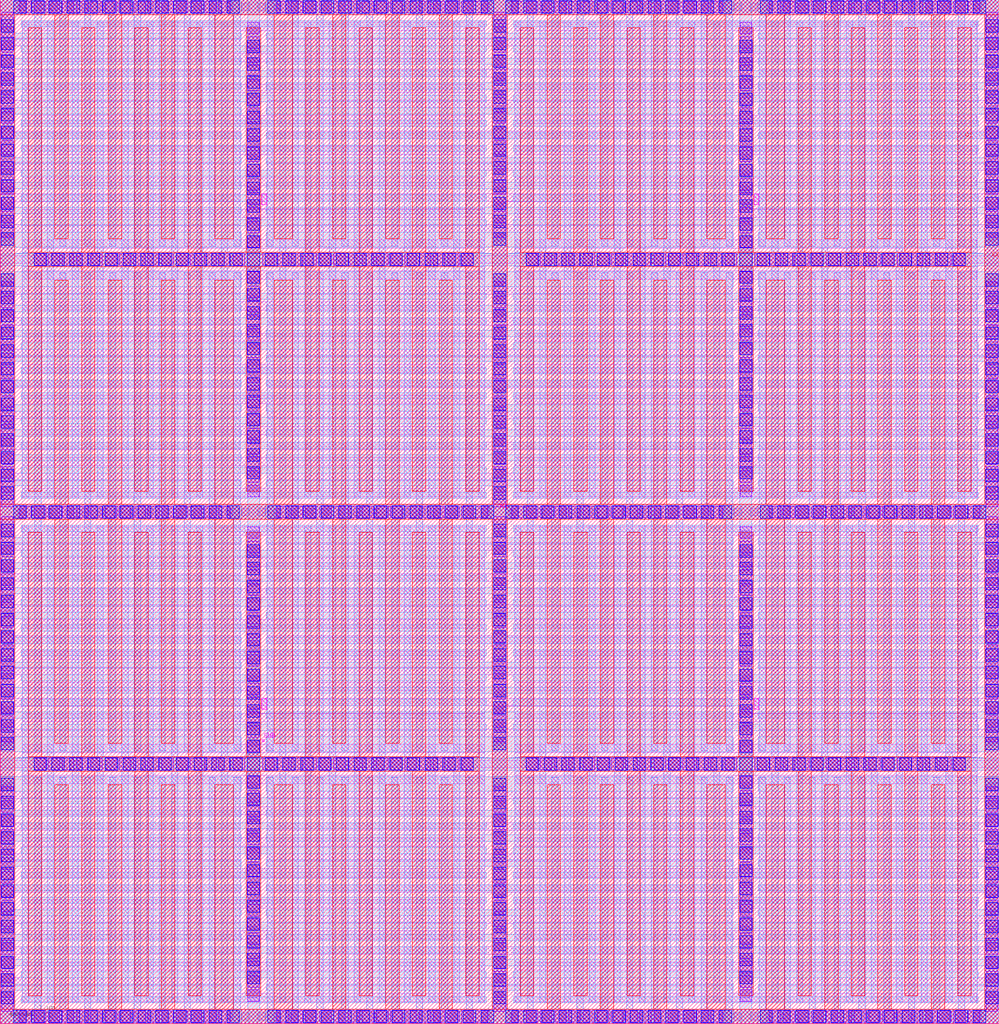
<source format=lef>
# Copyright 2020 The SkyWater PDK Authors
#
# Licensed under the Apache License, Version 2.0 (the "License");
# you may not use this file except in compliance with the License.
# You may obtain a copy of the License at
#
#     https://www.apache.org/licenses/LICENSE-2.0
#
# Unless required by applicable law or agreed to in writing, software
# distributed under the License is distributed on an "AS IS" BASIS,
# WITHOUT WARRANTIES OR CONDITIONS OF ANY KIND, either express or implied.
# See the License for the specific language governing permissions and
# limitations under the License.
#
# SPDX-License-Identifier: Apache-2.0

VERSION 5.7 ;
  NOWIREEXTENSIONATPIN ON ;
  DIVIDERCHAR "/" ;
  BUSBITCHARS "[]" ;
MACRO sky130_fd_pr__cap_vpp_11p5x11p7_l1m1m2m3_shieldpom4_top
  CLASS BLOCK ;
  FOREIGN sky130_fd_pr__cap_vpp_11p5x11p7_l1m1m2m3_shieldpom4_top ;
  ORIGIN  0.000000  0.000000 ;
  SIZE  22.49000 BY  23.05000 ;
  PIN C0
    PORT
      LAYER met3 ;
        RECT  0.000000  0.000000 22.490000  0.330000 ;
        RECT  0.000000  0.330000  0.330000 11.360000 ;
        RECT  0.000000 11.360000 22.490000 11.690000 ;
        RECT  0.000000 11.690000  0.330000 22.720000 ;
        RECT  0.000000 22.720000 22.490000 23.050000 ;
        RECT  1.230000  0.330000  1.530000  5.380000 ;
        RECT  1.230000  6.310000  1.530000 11.360000 ;
        RECT  1.230000 11.690000  1.530000 16.740000 ;
        RECT  1.230000 17.670000  1.530000 22.720000 ;
        RECT  2.430000  0.330000  2.730000  5.380000 ;
        RECT  2.430000  6.310000  2.730000 11.360000 ;
        RECT  2.430000 11.690000  2.730000 16.740000 ;
        RECT  2.430000 17.670000  2.730000 22.720000 ;
        RECT  3.630000  0.330000  3.930000  5.380000 ;
        RECT  3.630000  6.310000  3.930000 11.360000 ;
        RECT  3.630000 11.690000  3.930000 16.740000 ;
        RECT  3.630000 17.670000  3.930000 22.720000 ;
        RECT  4.830000  0.330000  5.240000  5.380000 ;
        RECT  4.830000  6.310000  5.240000 11.360000 ;
        RECT  4.830000 11.690000  5.240000 16.740000 ;
        RECT  4.830000 17.670000  5.240000 22.720000 ;
        RECT  6.170000  0.330000  6.580000  5.380000 ;
        RECT  6.170000  6.310000  6.580000 11.360000 ;
        RECT  6.170000 11.690000  6.580000 16.740000 ;
        RECT  6.170000 17.670000  6.580000 22.720000 ;
        RECT  7.480000  0.330000  7.780000  5.380000 ;
        RECT  7.480000  6.310000  7.780000 11.360000 ;
        RECT  7.480000 11.690000  7.780000 16.740000 ;
        RECT  7.480000 17.670000  7.780000 22.720000 ;
        RECT  8.680000  0.330000  8.980000  5.380000 ;
        RECT  8.680000  6.310000  8.980000 11.360000 ;
        RECT  8.680000 11.690000  8.980000 16.740000 ;
        RECT  8.680000 17.670000  8.980000 22.720000 ;
        RECT  9.880000  0.330000 10.180000  5.380000 ;
        RECT  9.880000  6.310000 10.180000 11.360000 ;
        RECT  9.880000 11.690000 10.180000 16.740000 ;
        RECT  9.880000 17.670000 10.180000 22.720000 ;
        RECT 11.080000  0.330000 11.410000 11.360000 ;
        RECT 11.080000 11.690000 11.410000 22.720000 ;
        RECT 12.310000  0.330000 12.610000  5.380000 ;
        RECT 12.310000  6.310000 12.610000 11.360000 ;
        RECT 12.310000 11.690000 12.610000 16.740000 ;
        RECT 12.310000 17.670000 12.610000 22.720000 ;
        RECT 13.510000  0.330000 13.810000  5.380000 ;
        RECT 13.510000  6.310000 13.810000 11.360000 ;
        RECT 13.510000 11.690000 13.810000 16.740000 ;
        RECT 13.510000 17.670000 13.810000 22.720000 ;
        RECT 14.710000  0.330000 15.010000  5.380000 ;
        RECT 14.710000  6.310000 15.010000 11.360000 ;
        RECT 14.710000 11.690000 15.010000 16.740000 ;
        RECT 14.710000 17.670000 15.010000 22.720000 ;
        RECT 15.910000  0.330000 16.320000  5.380000 ;
        RECT 15.910000  6.310000 16.320000 11.360000 ;
        RECT 15.910000 11.690000 16.320000 16.740000 ;
        RECT 15.910000 17.670000 16.320000 22.720000 ;
        RECT 17.250000  0.330000 17.660000  5.380000 ;
        RECT 17.250000  6.310000 17.660000 11.360000 ;
        RECT 17.250000 11.690000 17.660000 16.740000 ;
        RECT 17.250000 17.670000 17.660000 22.720000 ;
        RECT 18.560000  0.330000 18.860000  5.380000 ;
        RECT 18.560000  6.310000 18.860000 11.360000 ;
        RECT 18.560000 11.690000 18.860000 16.740000 ;
        RECT 18.560000 17.670000 18.860000 22.720000 ;
        RECT 19.760000  0.330000 20.060000  5.380000 ;
        RECT 19.760000  6.310000 20.060000 11.360000 ;
        RECT 19.760000 11.690000 20.060000 16.740000 ;
        RECT 19.760000 17.670000 20.060000 22.720000 ;
        RECT 20.960000  0.330000 21.260000  5.380000 ;
        RECT 20.960000  6.310000 21.260000 11.360000 ;
        RECT 20.960000 11.690000 21.260000 16.740000 ;
        RECT 20.960000 17.670000 21.260000 22.720000 ;
        RECT 22.160000  0.330000 22.490000 11.360000 ;
        RECT 22.160000 11.690000 22.490000 22.720000 ;
    END
  END C0
  PIN C1
    PORT
      LAYER met3 ;
        RECT  0.630000  0.630000  0.930000  5.680000 ;
        RECT  0.630000  5.680000 10.780000  6.010000 ;
        RECT  0.630000  6.010000  0.930000 11.060000 ;
        RECT  0.630000 11.990000  0.930000 17.040000 ;
        RECT  0.630000 17.040000 10.780000 17.370000 ;
        RECT  0.630000 17.370000  0.930000 22.420000 ;
        RECT  1.830000  0.630000  2.130000  5.680000 ;
        RECT  1.830000  6.010000  2.130000 11.060000 ;
        RECT  1.830000 11.990000  2.130000 17.040000 ;
        RECT  1.830000 17.370000  2.130000 22.420000 ;
        RECT  3.030000  0.630000  3.330000  5.680000 ;
        RECT  3.030000  6.010000  3.330000 11.060000 ;
        RECT  3.030000 11.990000  3.330000 17.040000 ;
        RECT  3.030000 17.370000  3.330000 22.420000 ;
        RECT  4.230000  0.630000  4.530000  5.680000 ;
        RECT  4.230000  6.010000  4.530000 11.060000 ;
        RECT  4.230000 11.990000  4.530000 17.040000 ;
        RECT  4.230000 17.370000  4.530000 22.420000 ;
        RECT  5.540000  0.630000  5.870000  5.680000 ;
        RECT  5.540000  6.010000  5.870000 11.060000 ;
        RECT  5.540000 11.990000  5.870000 17.040000 ;
        RECT  5.540000 17.370000  5.870000 22.420000 ;
        RECT  6.880000  0.630000  7.180000  5.680000 ;
        RECT  6.880000  6.010000  7.180000 11.060000 ;
        RECT  6.880000 11.990000  7.180000 17.040000 ;
        RECT  6.880000 17.370000  7.180000 22.420000 ;
        RECT  8.080000  0.630000  8.380000  5.680000 ;
        RECT  8.080000  6.010000  8.380000 11.060000 ;
        RECT  8.080000 11.990000  8.380000 17.040000 ;
        RECT  8.080000 17.370000  8.380000 22.420000 ;
        RECT  9.280000  0.630000  9.580000  5.680000 ;
        RECT  9.280000  6.010000  9.580000 11.060000 ;
        RECT  9.280000 11.990000  9.580000 17.040000 ;
        RECT  9.280000 17.370000  9.580000 22.420000 ;
        RECT 10.480000  0.630000 10.780000  5.680000 ;
        RECT 10.480000  6.010000 10.780000 11.060000 ;
        RECT 10.480000 11.990000 10.780000 17.040000 ;
        RECT 10.480000 17.370000 10.780000 22.420000 ;
        RECT 11.710000  0.630000 12.010000  5.680000 ;
        RECT 11.710000  5.680000 21.860000  6.010000 ;
        RECT 11.710000  6.010000 12.010000 11.060000 ;
        RECT 11.710000 11.990000 12.010000 17.040000 ;
        RECT 11.710000 17.040000 21.860000 17.370000 ;
        RECT 11.710000 17.370000 12.010000 22.420000 ;
        RECT 12.910000  0.630000 13.210000  5.680000 ;
        RECT 12.910000  6.010000 13.210000 11.060000 ;
        RECT 12.910000 11.990000 13.210000 17.040000 ;
        RECT 12.910000 17.370000 13.210000 22.420000 ;
        RECT 14.110000  0.630000 14.410000  5.680000 ;
        RECT 14.110000  6.010000 14.410000 11.060000 ;
        RECT 14.110000 11.990000 14.410000 17.040000 ;
        RECT 14.110000 17.370000 14.410000 22.420000 ;
        RECT 15.310000  0.630000 15.610000  5.680000 ;
        RECT 15.310000  6.010000 15.610000 11.060000 ;
        RECT 15.310000 11.990000 15.610000 17.040000 ;
        RECT 15.310000 17.370000 15.610000 22.420000 ;
        RECT 16.620000  0.630000 16.950000  5.680000 ;
        RECT 16.620000  6.010000 16.950000 11.060000 ;
        RECT 16.620000 11.990000 16.950000 17.040000 ;
        RECT 16.620000 17.370000 16.950000 22.420000 ;
        RECT 17.960000  0.630000 18.260000  5.680000 ;
        RECT 17.960000  6.010000 18.260000 11.060000 ;
        RECT 17.960000 11.990000 18.260000 17.040000 ;
        RECT 17.960000 17.370000 18.260000 22.420000 ;
        RECT 19.160000  0.630000 19.460000  5.680000 ;
        RECT 19.160000  6.010000 19.460000 11.060000 ;
        RECT 19.160000 11.990000 19.460000 17.040000 ;
        RECT 19.160000 17.370000 19.460000 22.420000 ;
        RECT 20.360000  0.630000 20.660000  5.680000 ;
        RECT 20.360000  6.010000 20.660000 11.060000 ;
        RECT 20.360000 11.990000 20.660000 17.040000 ;
        RECT 20.360000 17.370000 20.660000 22.420000 ;
        RECT 21.560000  0.630000 21.860000  5.680000 ;
        RECT 21.560000  6.010000 21.860000 11.060000 ;
        RECT 21.560000 11.990000 21.860000 17.040000 ;
        RECT 21.560000 17.370000 21.860000 22.420000 ;
    END
  END C1
  PIN M4
    PORT
      LAYER met4 ;
        RECT 0.000000 0.000000 22.490000 23.050000 ;
    END
  END M4
  PIN SUB
    PORT
      LAYER pwell ;
        RECT 5.895000 6.345000 5.945000 6.395000 ;
    END
  END SUB
  OBS
    LAYER li1 ;
      RECT  0.000000  0.000000 22.490000  0.330000 ;
      RECT  0.000000  0.330000  0.330000  0.860000 ;
      RECT  0.000000  0.860000  5.400000  1.030000 ;
      RECT  0.000000  1.030000  0.330000  1.560000 ;
      RECT  0.000000  1.560000  5.400000  1.730000 ;
      RECT  0.000000  1.730000  0.330000  2.260000 ;
      RECT  0.000000  2.260000  5.400000  2.430000 ;
      RECT  0.000000  2.430000  0.330000  2.960000 ;
      RECT  0.000000  2.960000  5.400000  3.130000 ;
      RECT  0.000000  3.130000  0.330000  3.660000 ;
      RECT  0.000000  3.660000  5.400000  3.830000 ;
      RECT  0.000000  3.830000  0.330000  4.360000 ;
      RECT  0.000000  4.360000  5.400000  4.530000 ;
      RECT  0.000000  4.530000  0.330000  5.060000 ;
      RECT  0.000000  5.060000  5.400000  5.230000 ;
      RECT  0.000000  5.230000  0.330000  5.760000 ;
      RECT  0.000000  5.760000  5.400000  5.930000 ;
      RECT  0.000000  5.930000  0.330000  6.460000 ;
      RECT  0.000000  6.460000  5.400000  6.630000 ;
      RECT  0.000000  6.630000  0.330000  7.150000 ;
      RECT  0.000000  7.150000  5.400000  7.330000 ;
      RECT  0.000000  7.330000  0.330000  7.860000 ;
      RECT  0.000000  7.860000  5.400000  8.030000 ;
      RECT  0.000000  8.030000  0.330000  8.560000 ;
      RECT  0.000000  8.560000  5.400000  8.730000 ;
      RECT  0.000000  8.730000  0.330000  9.260000 ;
      RECT  0.000000  9.260000  5.400000  9.430000 ;
      RECT  0.000000  9.430000  0.330000  9.960000 ;
      RECT  0.000000  9.960000  5.400000 10.130000 ;
      RECT  0.000000 10.130000  0.330000 10.660000 ;
      RECT  0.000000 10.660000  5.400000 10.830000 ;
      RECT  0.000000 10.830000  0.330000 11.360000 ;
      RECT  0.000000 11.360000 22.490000 11.690000 ;
      RECT  0.000000 11.690000  0.330000 12.220000 ;
      RECT  0.000000 12.220000  5.400000 12.390000 ;
      RECT  0.000000 12.390000  0.330000 12.920000 ;
      RECT  0.000000 12.920000  5.400000 13.090000 ;
      RECT  0.000000 13.090000  0.330000 13.620000 ;
      RECT  0.000000 13.620000  5.400000 13.790000 ;
      RECT  0.000000 13.790000  0.330000 14.320000 ;
      RECT  0.000000 14.320000  5.400000 14.490000 ;
      RECT  0.000000 14.490000  0.330000 15.020000 ;
      RECT  0.000000 15.020000  5.400000 15.190000 ;
      RECT  0.000000 15.190000  0.330000 15.720000 ;
      RECT  0.000000 15.720000  5.400000 15.890000 ;
      RECT  0.000000 15.890000  0.330000 16.420000 ;
      RECT  0.000000 16.420000  5.400000 16.590000 ;
      RECT  0.000000 16.590000  0.330000 17.120000 ;
      RECT  0.000000 17.120000  5.400000 17.290000 ;
      RECT  0.000000 17.290000  0.330000 17.820000 ;
      RECT  0.000000 17.820000  5.400000 17.990000 ;
      RECT  0.000000 17.990000  0.330000 18.510000 ;
      RECT  0.000000 18.510000  5.400000 18.690000 ;
      RECT  0.000000 18.690000  0.330000 19.220000 ;
      RECT  0.000000 19.220000  5.400000 19.390000 ;
      RECT  0.000000 19.390000  0.330000 19.920000 ;
      RECT  0.000000 19.920000  5.400000 20.090000 ;
      RECT  0.000000 20.090000  0.330000 20.620000 ;
      RECT  0.000000 20.620000  5.400000 20.790000 ;
      RECT  0.000000 20.790000  0.330000 21.320000 ;
      RECT  0.000000 21.320000  5.400000 21.490000 ;
      RECT  0.000000 21.490000  0.330000 22.020000 ;
      RECT  0.000000 22.020000  5.400000 22.190000 ;
      RECT  0.000000 22.190000  0.330000 22.720000 ;
      RECT  0.000000 22.720000 22.490000 23.050000 ;
      RECT  0.500000  0.500000 10.905000  0.690000 ;
      RECT  0.500000  1.200000 10.905000  1.390000 ;
      RECT  0.500000  1.900000 10.905000  2.090000 ;
      RECT  0.500000  2.600000 10.905000  2.790000 ;
      RECT  0.500000  3.300000 10.905000  3.490000 ;
      RECT  0.500000  4.000000 10.905000  4.190000 ;
      RECT  0.500000  4.700000 10.905000  4.890000 ;
      RECT  0.500000  5.400000 10.905000  5.590000 ;
      RECT  0.500000  6.100000 10.905000  6.290000 ;
      RECT  0.500000  6.800000 10.905000  6.980000 ;
      RECT  0.500000  7.500000 10.905000  7.690000 ;
      RECT  0.500000  8.200000 10.905000  8.390000 ;
      RECT  0.500000  8.900000 10.905000  9.090000 ;
      RECT  0.500000  9.600000 10.905000  9.790000 ;
      RECT  0.500000 10.300000 10.905000 10.490000 ;
      RECT  0.500000 11.000000 10.905000 11.190000 ;
      RECT  0.500000 11.860000 10.905000 12.050000 ;
      RECT  0.500000 12.560000 10.905000 12.750000 ;
      RECT  0.500000 13.260000 10.905000 13.450000 ;
      RECT  0.500000 13.960000 10.905000 14.150000 ;
      RECT  0.500000 14.660000 10.905000 14.850000 ;
      RECT  0.500000 15.360000 10.905000 15.550000 ;
      RECT  0.500000 16.060000 10.905000 16.250000 ;
      RECT  0.500000 16.760000 10.905000 16.950000 ;
      RECT  0.500000 17.460000 10.905000 17.650000 ;
      RECT  0.500000 18.160000 10.905000 18.340000 ;
      RECT  0.500000 18.860000 10.905000 19.050000 ;
      RECT  0.500000 19.560000 10.905000 19.750000 ;
      RECT  0.500000 20.260000 10.905000 20.450000 ;
      RECT  0.500000 20.960000 10.905000 21.150000 ;
      RECT  0.500000 21.660000 10.905000 21.850000 ;
      RECT  0.500000 22.360000 10.905000 22.550000 ;
      RECT  5.570000  0.690000  5.840000  1.200000 ;
      RECT  5.570000  1.390000  5.840000  1.900000 ;
      RECT  5.570000  2.090000  5.840000  2.600000 ;
      RECT  5.570000  2.790000  5.840000  3.300000 ;
      RECT  5.570000  3.490000  5.840000  4.000000 ;
      RECT  5.570000  4.190000  5.840000  4.700000 ;
      RECT  5.570000  4.890000  5.840000  5.400000 ;
      RECT  5.570000  5.590000  5.840000  6.100000 ;
      RECT  5.570000  6.290000  5.840000  6.800000 ;
      RECT  5.570000  6.980000 10.905000  6.990000 ;
      RECT  5.570000  6.990000  5.840000  7.500000 ;
      RECT  5.570000  7.690000  5.840000  8.200000 ;
      RECT  5.570000  8.390000  5.840000  8.900000 ;
      RECT  5.570000  9.090000  5.840000  9.600000 ;
      RECT  5.570000  9.790000  5.840000 10.300000 ;
      RECT  5.570000 10.490000  5.840000 11.000000 ;
      RECT  5.570000 12.050000  5.840000 12.560000 ;
      RECT  5.570000 12.750000  5.840000 13.260000 ;
      RECT  5.570000 13.450000  5.840000 13.960000 ;
      RECT  5.570000 14.150000  5.840000 14.660000 ;
      RECT  5.570000 14.850000  5.840000 15.360000 ;
      RECT  5.570000 15.550000  5.840000 16.060000 ;
      RECT  5.570000 16.250000  5.840000 16.760000 ;
      RECT  5.570000 16.950000  5.840000 17.460000 ;
      RECT  5.570000 17.650000  5.840000 18.160000 ;
      RECT  5.570000 18.340000 10.905000 18.350000 ;
      RECT  5.570000 18.350000  5.840000 18.860000 ;
      RECT  5.570000 19.050000  5.840000 19.560000 ;
      RECT  5.570000 19.750000  5.840000 20.260000 ;
      RECT  5.570000 20.450000  5.840000 20.960000 ;
      RECT  5.570000 21.150000  5.840000 21.660000 ;
      RECT  5.570000 21.850000  5.840000 22.360000 ;
      RECT  6.010000  0.860000 16.480000  1.030000 ;
      RECT  6.010000  1.560000 16.480000  1.730000 ;
      RECT  6.010000  2.260000 16.480000  2.430000 ;
      RECT  6.010000  2.960000 16.480000  3.130000 ;
      RECT  6.010000  3.660000 16.480000  3.830000 ;
      RECT  6.010000  4.360000 16.480000  4.530000 ;
      RECT  6.010000  5.060000 16.480000  5.230000 ;
      RECT  6.010000  5.760000 16.480000  5.930000 ;
      RECT  6.010000  6.460000 16.480000  6.630000 ;
      RECT  6.010000  7.160000 16.480000  7.330000 ;
      RECT  6.010000  7.860000 16.480000  8.030000 ;
      RECT  6.010000  8.560000 16.480000  8.730000 ;
      RECT  6.010000  9.260000 16.480000  9.430000 ;
      RECT  6.010000  9.960000 16.480000 10.130000 ;
      RECT  6.010000 10.660000 16.480000 10.830000 ;
      RECT  6.010000 12.220000 16.480000 12.390000 ;
      RECT  6.010000 12.920000 16.480000 13.090000 ;
      RECT  6.010000 13.620000 16.480000 13.790000 ;
      RECT  6.010000 14.320000 16.480000 14.490000 ;
      RECT  6.010000 15.020000 16.480000 15.190000 ;
      RECT  6.010000 15.720000 16.480000 15.890000 ;
      RECT  6.010000 16.420000 16.480000 16.590000 ;
      RECT  6.010000 17.120000 16.480000 17.290000 ;
      RECT  6.010000 17.820000 16.480000 17.990000 ;
      RECT  6.010000 18.520000 16.480000 18.690000 ;
      RECT  6.010000 19.220000 16.480000 19.390000 ;
      RECT  6.010000 19.920000 16.480000 20.090000 ;
      RECT  6.010000 20.620000 16.480000 20.790000 ;
      RECT  6.010000 21.320000 16.480000 21.490000 ;
      RECT  6.010000 22.020000 16.480000 22.190000 ;
      RECT 11.080000  0.330000 11.410000  0.860000 ;
      RECT 11.080000  1.030000 11.410000  1.560000 ;
      RECT 11.080000  1.730000 11.410000  2.260000 ;
      RECT 11.080000  2.430000 11.410000  2.960000 ;
      RECT 11.080000  3.130000 11.410000  3.660000 ;
      RECT 11.080000  3.830000 11.410000  4.360000 ;
      RECT 11.080000  4.530000 11.410000  5.060000 ;
      RECT 11.080000  5.230000 11.410000  5.760000 ;
      RECT 11.080000  5.930000 11.410000  6.460000 ;
      RECT 11.080000  6.630000 11.410000  7.150000 ;
      RECT 11.080000  7.150000 16.480000  7.160000 ;
      RECT 11.080000  7.330000 11.410000  7.860000 ;
      RECT 11.080000  8.030000 11.410000  8.560000 ;
      RECT 11.080000  8.730000 11.410000  9.260000 ;
      RECT 11.080000  9.430000 11.410000  9.960000 ;
      RECT 11.080000 10.130000 11.410000 10.660000 ;
      RECT 11.080000 10.830000 11.410000 11.360000 ;
      RECT 11.080000 11.690000 11.410000 12.220000 ;
      RECT 11.080000 12.390000 11.410000 12.920000 ;
      RECT 11.080000 13.090000 11.410000 13.620000 ;
      RECT 11.080000 13.790000 11.410000 14.320000 ;
      RECT 11.080000 14.490000 11.410000 15.020000 ;
      RECT 11.080000 15.190000 11.410000 15.720000 ;
      RECT 11.080000 15.890000 11.410000 16.420000 ;
      RECT 11.080000 16.590000 11.410000 17.120000 ;
      RECT 11.080000 17.290000 11.410000 17.820000 ;
      RECT 11.080000 17.990000 11.410000 18.510000 ;
      RECT 11.080000 18.510000 16.480000 18.520000 ;
      RECT 11.080000 18.690000 11.410000 19.220000 ;
      RECT 11.080000 19.390000 11.410000 19.920000 ;
      RECT 11.080000 20.090000 11.410000 20.620000 ;
      RECT 11.080000 20.790000 11.410000 21.320000 ;
      RECT 11.080000 21.490000 11.410000 22.020000 ;
      RECT 11.080000 22.190000 11.410000 22.720000 ;
      RECT 11.580000  0.500000 21.985000  0.690000 ;
      RECT 11.580000  1.200000 21.985000  1.390000 ;
      RECT 11.580000  1.900000 21.985000  2.090000 ;
      RECT 11.580000  2.600000 21.985000  2.790000 ;
      RECT 11.580000  3.300000 21.985000  3.490000 ;
      RECT 11.580000  4.000000 21.985000  4.190000 ;
      RECT 11.580000  4.700000 21.985000  4.890000 ;
      RECT 11.580000  5.400000 21.985000  5.590000 ;
      RECT 11.580000  6.100000 21.985000  6.290000 ;
      RECT 11.580000  6.800000 21.985000  6.980000 ;
      RECT 11.580000  7.500000 21.985000  7.690000 ;
      RECT 11.580000  8.200000 21.985000  8.390000 ;
      RECT 11.580000  8.900000 21.985000  9.090000 ;
      RECT 11.580000  9.600000 21.985000  9.790000 ;
      RECT 11.580000 10.300000 21.985000 10.490000 ;
      RECT 11.580000 11.000000 21.985000 11.190000 ;
      RECT 11.580000 11.860000 21.985000 12.050000 ;
      RECT 11.580000 12.560000 21.985000 12.750000 ;
      RECT 11.580000 13.260000 21.985000 13.450000 ;
      RECT 11.580000 13.960000 21.985000 14.150000 ;
      RECT 11.580000 14.660000 21.985000 14.850000 ;
      RECT 11.580000 15.360000 21.985000 15.550000 ;
      RECT 11.580000 16.060000 21.985000 16.250000 ;
      RECT 11.580000 16.760000 21.985000 16.950000 ;
      RECT 11.580000 17.460000 21.985000 17.650000 ;
      RECT 11.580000 18.160000 21.985000 18.340000 ;
      RECT 11.580000 18.860000 21.985000 19.050000 ;
      RECT 11.580000 19.560000 21.985000 19.750000 ;
      RECT 11.580000 20.260000 21.985000 20.450000 ;
      RECT 11.580000 20.960000 21.985000 21.150000 ;
      RECT 11.580000 21.660000 21.985000 21.850000 ;
      RECT 11.580000 22.360000 21.985000 22.550000 ;
      RECT 16.650000  0.690000 16.920000  1.200000 ;
      RECT 16.650000  1.390000 16.920000  1.900000 ;
      RECT 16.650000  2.090000 16.920000  2.600000 ;
      RECT 16.650000  2.790000 16.920000  3.300000 ;
      RECT 16.650000  3.490000 16.920000  4.000000 ;
      RECT 16.650000  4.190000 16.920000  4.700000 ;
      RECT 16.650000  4.890000 16.920000  5.400000 ;
      RECT 16.650000  5.590000 16.920000  6.100000 ;
      RECT 16.650000  6.290000 16.920000  6.800000 ;
      RECT 16.650000  6.980000 21.985000  6.990000 ;
      RECT 16.650000  6.990000 16.920000  7.500000 ;
      RECT 16.650000  7.690000 16.920000  8.200000 ;
      RECT 16.650000  8.390000 16.920000  8.900000 ;
      RECT 16.650000  9.090000 16.920000  9.600000 ;
      RECT 16.650000  9.790000 16.920000 10.300000 ;
      RECT 16.650000 10.490000 16.920000 11.000000 ;
      RECT 16.650000 12.050000 16.920000 12.560000 ;
      RECT 16.650000 12.750000 16.920000 13.260000 ;
      RECT 16.650000 13.450000 16.920000 13.960000 ;
      RECT 16.650000 14.150000 16.920000 14.660000 ;
      RECT 16.650000 14.850000 16.920000 15.360000 ;
      RECT 16.650000 15.550000 16.920000 16.060000 ;
      RECT 16.650000 16.250000 16.920000 16.760000 ;
      RECT 16.650000 16.950000 16.920000 17.460000 ;
      RECT 16.650000 17.650000 16.920000 18.160000 ;
      RECT 16.650000 18.340000 21.985000 18.350000 ;
      RECT 16.650000 18.350000 16.920000 18.860000 ;
      RECT 16.650000 19.050000 16.920000 19.560000 ;
      RECT 16.650000 19.750000 16.920000 20.260000 ;
      RECT 16.650000 20.450000 16.920000 20.960000 ;
      RECT 16.650000 21.150000 16.920000 21.660000 ;
      RECT 16.650000 21.850000 16.920000 22.360000 ;
      RECT 17.090000  0.860000 22.490000  1.030000 ;
      RECT 17.090000  1.560000 22.490000  1.730000 ;
      RECT 17.090000  2.260000 22.490000  2.430000 ;
      RECT 17.090000  2.960000 22.490000  3.130000 ;
      RECT 17.090000  3.660000 22.490000  3.830000 ;
      RECT 17.090000  4.360000 22.490000  4.530000 ;
      RECT 17.090000  5.060000 22.490000  5.230000 ;
      RECT 17.090000  5.760000 22.490000  5.930000 ;
      RECT 17.090000  6.460000 22.490000  6.630000 ;
      RECT 17.090000  7.160000 22.490000  7.330000 ;
      RECT 17.090000  7.860000 22.490000  8.030000 ;
      RECT 17.090000  8.560000 22.490000  8.730000 ;
      RECT 17.090000  9.260000 22.490000  9.430000 ;
      RECT 17.090000  9.960000 22.490000 10.130000 ;
      RECT 17.090000 10.660000 22.490000 10.830000 ;
      RECT 17.090000 12.220000 22.490000 12.390000 ;
      RECT 17.090000 12.920000 22.490000 13.090000 ;
      RECT 17.090000 13.620000 22.490000 13.790000 ;
      RECT 17.090000 14.320000 22.490000 14.490000 ;
      RECT 17.090000 15.020000 22.490000 15.190000 ;
      RECT 17.090000 15.720000 22.490000 15.890000 ;
      RECT 17.090000 16.420000 22.490000 16.590000 ;
      RECT 17.090000 17.120000 22.490000 17.290000 ;
      RECT 17.090000 17.820000 22.490000 17.990000 ;
      RECT 17.090000 18.520000 22.490000 18.690000 ;
      RECT 17.090000 19.220000 22.490000 19.390000 ;
      RECT 17.090000 19.920000 22.490000 20.090000 ;
      RECT 17.090000 20.620000 22.490000 20.790000 ;
      RECT 17.090000 21.320000 22.490000 21.490000 ;
      RECT 17.090000 22.020000 22.490000 22.190000 ;
      RECT 22.160000  0.330000 22.490000  0.860000 ;
      RECT 22.160000  1.030000 22.490000  1.560000 ;
      RECT 22.160000  1.730000 22.490000  2.260000 ;
      RECT 22.160000  2.430000 22.490000  2.960000 ;
      RECT 22.160000  3.130000 22.490000  3.660000 ;
      RECT 22.160000  3.830000 22.490000  4.360000 ;
      RECT 22.160000  4.530000 22.490000  5.060000 ;
      RECT 22.160000  5.230000 22.490000  5.760000 ;
      RECT 22.160000  5.930000 22.490000  6.460000 ;
      RECT 22.160000  6.630000 22.490000  7.160000 ;
      RECT 22.160000  7.330000 22.490000  7.860000 ;
      RECT 22.160000  8.030000 22.490000  8.560000 ;
      RECT 22.160000  8.730000 22.490000  9.260000 ;
      RECT 22.160000  9.430000 22.490000  9.960000 ;
      RECT 22.160000 10.130000 22.490000 10.660000 ;
      RECT 22.160000 10.830000 22.490000 11.360000 ;
      RECT 22.160000 11.690000 22.490000 12.220000 ;
      RECT 22.160000 12.390000 22.490000 12.920000 ;
      RECT 22.160000 13.090000 22.490000 13.620000 ;
      RECT 22.160000 13.790000 22.490000 14.320000 ;
      RECT 22.160000 14.490000 22.490000 15.020000 ;
      RECT 22.160000 15.190000 22.490000 15.720000 ;
      RECT 22.160000 15.890000 22.490000 16.420000 ;
      RECT 22.160000 16.590000 22.490000 17.120000 ;
      RECT 22.160000 17.290000 22.490000 17.820000 ;
      RECT 22.160000 17.990000 22.490000 18.520000 ;
      RECT 22.160000 18.690000 22.490000 19.220000 ;
      RECT 22.160000 19.390000 22.490000 19.920000 ;
      RECT 22.160000 20.090000 22.490000 20.620000 ;
      RECT 22.160000 20.790000 22.490000 21.320000 ;
      RECT 22.160000 21.490000 22.490000 22.020000 ;
      RECT 22.160000 22.190000 22.490000 22.720000 ;
    LAYER mcon ;
      RECT  0.080000  0.580000  0.250000  0.750000 ;
      RECT  0.080000  0.940000  0.250000  1.110000 ;
      RECT  0.080000  1.300000  0.250000  1.470000 ;
      RECT  0.080000  1.660000  0.250000  1.830000 ;
      RECT  0.080000  2.020000  0.250000  2.190000 ;
      RECT  0.080000  2.380000  0.250000  2.550000 ;
      RECT  0.080000  2.740000  0.250000  2.910000 ;
      RECT  0.080000  3.100000  0.250000  3.270000 ;
      RECT  0.080000  3.460000  0.250000  3.630000 ;
      RECT  0.080000  3.820000  0.250000  3.990000 ;
      RECT  0.080000  4.180000  0.250000  4.350000 ;
      RECT  0.080000  4.540000  0.250000  4.710000 ;
      RECT  0.080000  4.900000  0.250000  5.070000 ;
      RECT  0.080000  5.260000  0.250000  5.430000 ;
      RECT  0.080000  6.260000  0.250000  6.430000 ;
      RECT  0.080000  6.620000  0.250000  6.790000 ;
      RECT  0.080000  6.980000  0.250000  7.150000 ;
      RECT  0.080000  7.340000  0.250000  7.510000 ;
      RECT  0.080000  7.700000  0.250000  7.870000 ;
      RECT  0.080000  8.060000  0.250000  8.230000 ;
      RECT  0.080000  8.420000  0.250000  8.590000 ;
      RECT  0.080000  8.780000  0.250000  8.950000 ;
      RECT  0.080000  9.140000  0.250000  9.310000 ;
      RECT  0.080000  9.500000  0.250000  9.670000 ;
      RECT  0.080000  9.860000  0.250000 10.030000 ;
      RECT  0.080000 10.220000  0.250000 10.390000 ;
      RECT  0.080000 10.580000  0.250000 10.750000 ;
      RECT  0.080000 10.940000  0.250000 11.110000 ;
      RECT  0.080000 11.940000  0.250000 12.110000 ;
      RECT  0.080000 12.300000  0.250000 12.470000 ;
      RECT  0.080000 12.660000  0.250000 12.830000 ;
      RECT  0.080000 13.020000  0.250000 13.190000 ;
      RECT  0.080000 13.380000  0.250000 13.550000 ;
      RECT  0.080000 13.740000  0.250000 13.910000 ;
      RECT  0.080000 14.100000  0.250000 14.270000 ;
      RECT  0.080000 14.460000  0.250000 14.630000 ;
      RECT  0.080000 14.820000  0.250000 14.990000 ;
      RECT  0.080000 15.180000  0.250000 15.350000 ;
      RECT  0.080000 15.540000  0.250000 15.710000 ;
      RECT  0.080000 15.900000  0.250000 16.070000 ;
      RECT  0.080000 16.260000  0.250000 16.430000 ;
      RECT  0.080000 16.620000  0.250000 16.790000 ;
      RECT  0.080000 17.620000  0.250000 17.790000 ;
      RECT  0.080000 17.980000  0.250000 18.150000 ;
      RECT  0.080000 18.340000  0.250000 18.510000 ;
      RECT  0.080000 18.700000  0.250000 18.870000 ;
      RECT  0.080000 19.060000  0.250000 19.230000 ;
      RECT  0.080000 19.420000  0.250000 19.590000 ;
      RECT  0.080000 19.780000  0.250000 19.950000 ;
      RECT  0.080000 20.140000  0.250000 20.310000 ;
      RECT  0.080000 20.500000  0.250000 20.670000 ;
      RECT  0.080000 20.860000  0.250000 21.030000 ;
      RECT  0.080000 21.220000  0.250000 21.390000 ;
      RECT  0.080000 21.580000  0.250000 21.750000 ;
      RECT  0.080000 21.940000  0.250000 22.110000 ;
      RECT  0.080000 22.300000  0.250000 22.470000 ;
      RECT  0.400000  0.080000  0.570000  0.250000 ;
      RECT  0.400000 11.440000  0.570000 11.610000 ;
      RECT  0.400000 22.800000  0.570000 22.970000 ;
      RECT  0.760000  0.080000  0.930000  0.250000 ;
      RECT  0.760000 11.440000  0.930000 11.610000 ;
      RECT  0.760000 22.800000  0.930000 22.970000 ;
      RECT  1.120000  0.080000  1.290000  0.250000 ;
      RECT  1.120000 11.440000  1.290000 11.610000 ;
      RECT  1.120000 22.800000  1.290000 22.970000 ;
      RECT  1.480000  0.080000  1.650000  0.250000 ;
      RECT  1.480000 11.440000  1.650000 11.610000 ;
      RECT  1.480000 22.800000  1.650000 22.970000 ;
      RECT  1.840000  0.080000  2.010000  0.250000 ;
      RECT  1.840000 11.440000  2.010000 11.610000 ;
      RECT  1.840000 22.800000  2.010000 22.970000 ;
      RECT  2.200000  0.080000  2.370000  0.250000 ;
      RECT  2.200000 11.440000  2.370000 11.610000 ;
      RECT  2.200000 22.800000  2.370000 22.970000 ;
      RECT  2.560000  0.080000  2.730000  0.250000 ;
      RECT  2.560000 11.440000  2.730000 11.610000 ;
      RECT  2.560000 22.800000  2.730000 22.970000 ;
      RECT  2.920000  0.080000  3.090000  0.250000 ;
      RECT  2.920000 11.440000  3.090000 11.610000 ;
      RECT  2.920000 22.800000  3.090000 22.970000 ;
      RECT  3.280000  0.080000  3.450000  0.250000 ;
      RECT  3.280000 11.440000  3.450000 11.610000 ;
      RECT  3.280000 22.800000  3.450000 22.970000 ;
      RECT  3.640000  0.080000  3.810000  0.250000 ;
      RECT  3.640000 11.440000  3.810000 11.610000 ;
      RECT  3.640000 22.800000  3.810000 22.970000 ;
      RECT  4.000000  0.080000  4.170000  0.250000 ;
      RECT  4.000000 11.440000  4.170000 11.610000 ;
      RECT  4.000000 22.800000  4.170000 22.970000 ;
      RECT  4.360000  0.080000  4.530000  0.250000 ;
      RECT  4.360000 11.440000  4.530000 11.610000 ;
      RECT  4.360000 22.800000  4.530000 22.970000 ;
      RECT  4.720000  0.080000  4.890000  0.250000 ;
      RECT  4.720000 11.440000  4.890000 11.610000 ;
      RECT  4.720000 22.800000  4.890000 22.970000 ;
      RECT  5.080000  0.080000  5.250000  0.250000 ;
      RECT  5.080000 11.440000  5.250000 11.610000 ;
      RECT  5.080000 22.800000  5.250000 22.970000 ;
      RECT  5.440000  0.080000  5.610000  0.250000 ;
      RECT  5.440000 11.440000  5.610000 11.610000 ;
      RECT  5.440000 22.800000  5.610000 22.970000 ;
      RECT  5.620000  0.590000  5.790000  0.760000 ;
      RECT  5.620000  0.950000  5.790000  1.120000 ;
      RECT  5.620000  1.310000  5.790000  1.480000 ;
      RECT  5.620000  1.670000  5.790000  1.840000 ;
      RECT  5.620000  2.030000  5.790000  2.200000 ;
      RECT  5.620000  2.390000  5.790000  2.560000 ;
      RECT  5.620000  2.750000  5.790000  2.920000 ;
      RECT  5.620000  3.110000  5.790000  3.280000 ;
      RECT  5.620000  3.470000  5.790000  3.640000 ;
      RECT  5.620000  3.830000  5.790000  4.000000 ;
      RECT  5.620000  4.190000  5.790000  4.360000 ;
      RECT  5.620000  4.550000  5.790000  4.720000 ;
      RECT  5.620000  4.910000  5.790000  5.080000 ;
      RECT  5.620000  5.270000  5.790000  5.440000 ;
      RECT  5.620000  6.250000  5.790000  6.420000 ;
      RECT  5.620000  6.610000  5.790000  6.780000 ;
      RECT  5.620000  6.970000  5.790000  7.140000 ;
      RECT  5.620000  7.330000  5.790000  7.500000 ;
      RECT  5.620000  7.690000  5.790000  7.860000 ;
      RECT  5.620000  8.050000  5.790000  8.220000 ;
      RECT  5.620000  8.410000  5.790000  8.580000 ;
      RECT  5.620000  8.770000  5.790000  8.940000 ;
      RECT  5.620000  9.130000  5.790000  9.300000 ;
      RECT  5.620000  9.490000  5.790000  9.660000 ;
      RECT  5.620000  9.850000  5.790000 10.020000 ;
      RECT  5.620000 10.210000  5.790000 10.380000 ;
      RECT  5.620000 10.570000  5.790000 10.740000 ;
      RECT  5.620000 10.930000  5.790000 11.100000 ;
      RECT  5.620000 11.950000  5.790000 12.120000 ;
      RECT  5.620000 12.310000  5.790000 12.480000 ;
      RECT  5.620000 12.670000  5.790000 12.840000 ;
      RECT  5.620000 13.030000  5.790000 13.200000 ;
      RECT  5.620000 13.390000  5.790000 13.560000 ;
      RECT  5.620000 13.750000  5.790000 13.920000 ;
      RECT  5.620000 14.110000  5.790000 14.280000 ;
      RECT  5.620000 14.470000  5.790000 14.640000 ;
      RECT  5.620000 14.830000  5.790000 15.000000 ;
      RECT  5.620000 15.190000  5.790000 15.360000 ;
      RECT  5.620000 15.550000  5.790000 15.720000 ;
      RECT  5.620000 15.910000  5.790000 16.080000 ;
      RECT  5.620000 16.270000  5.790000 16.440000 ;
      RECT  5.620000 16.630000  5.790000 16.800000 ;
      RECT  5.620000 17.610000  5.790000 17.780000 ;
      RECT  5.620000 17.970000  5.790000 18.140000 ;
      RECT  5.620000 18.330000  5.790000 18.500000 ;
      RECT  5.620000 18.690000  5.790000 18.860000 ;
      RECT  5.620000 19.050000  5.790000 19.220000 ;
      RECT  5.620000 19.410000  5.790000 19.580000 ;
      RECT  5.620000 19.770000  5.790000 19.940000 ;
      RECT  5.620000 20.130000  5.790000 20.300000 ;
      RECT  5.620000 20.490000  5.790000 20.660000 ;
      RECT  5.620000 20.850000  5.790000 21.020000 ;
      RECT  5.620000 21.210000  5.790000 21.380000 ;
      RECT  5.620000 21.570000  5.790000 21.740000 ;
      RECT  5.620000 21.930000  5.790000 22.100000 ;
      RECT  5.620000 22.290000  5.790000 22.460000 ;
      RECT  5.800000  0.080000  5.970000  0.250000 ;
      RECT  5.800000 11.440000  5.970000 11.610000 ;
      RECT  5.800000 22.800000  5.970000 22.970000 ;
      RECT  6.160000  0.080000  6.330000  0.250000 ;
      RECT  6.160000 11.440000  6.330000 11.610000 ;
      RECT  6.160000 22.800000  6.330000 22.970000 ;
      RECT  6.520000  0.080000  6.690000  0.250000 ;
      RECT  6.520000 11.440000  6.690000 11.610000 ;
      RECT  6.520000 22.800000  6.690000 22.970000 ;
      RECT  6.880000  0.080000  7.050000  0.250000 ;
      RECT  6.880000 11.440000  7.050000 11.610000 ;
      RECT  6.880000 22.800000  7.050000 22.970000 ;
      RECT  7.240000  0.080000  7.410000  0.250000 ;
      RECT  7.240000 11.440000  7.410000 11.610000 ;
      RECT  7.240000 22.800000  7.410000 22.970000 ;
      RECT  7.600000  0.080000  7.770000  0.250000 ;
      RECT  7.600000 11.440000  7.770000 11.610000 ;
      RECT  7.600000 22.800000  7.770000 22.970000 ;
      RECT  7.960000  0.080000  8.130000  0.250000 ;
      RECT  7.960000 11.440000  8.130000 11.610000 ;
      RECT  7.960000 22.800000  8.130000 22.970000 ;
      RECT  8.320000  0.080000  8.490000  0.250000 ;
      RECT  8.320000 11.440000  8.490000 11.610000 ;
      RECT  8.320000 22.800000  8.490000 22.970000 ;
      RECT  8.680000  0.080000  8.850000  0.250000 ;
      RECT  8.680000 11.440000  8.850000 11.610000 ;
      RECT  8.680000 22.800000  8.850000 22.970000 ;
      RECT  9.040000  0.080000  9.210000  0.250000 ;
      RECT  9.040000 11.440000  9.210000 11.610000 ;
      RECT  9.040000 22.800000  9.210000 22.970000 ;
      RECT  9.400000  0.080000  9.570000  0.250000 ;
      RECT  9.400000 11.440000  9.570000 11.610000 ;
      RECT  9.400000 22.800000  9.570000 22.970000 ;
      RECT  9.760000  0.080000  9.930000  0.250000 ;
      RECT  9.760000 11.440000  9.930000 11.610000 ;
      RECT  9.760000 22.800000  9.930000 22.970000 ;
      RECT 10.120000  0.080000 10.290000  0.250000 ;
      RECT 10.120000 11.440000 10.290000 11.610000 ;
      RECT 10.120000 22.800000 10.290000 22.970000 ;
      RECT 10.480000  0.080000 10.650000  0.250000 ;
      RECT 10.480000 11.440000 10.650000 11.610000 ;
      RECT 10.480000 22.800000 10.650000 22.970000 ;
      RECT 10.840000  0.080000 11.010000  0.250000 ;
      RECT 10.840000 11.440000 11.010000 11.610000 ;
      RECT 10.840000 22.800000 11.010000 22.970000 ;
      RECT 11.160000  0.580000 11.330000  0.750000 ;
      RECT 11.160000  0.940000 11.330000  1.110000 ;
      RECT 11.160000  1.300000 11.330000  1.470000 ;
      RECT 11.160000  1.660000 11.330000  1.830000 ;
      RECT 11.160000  2.020000 11.330000  2.190000 ;
      RECT 11.160000  2.380000 11.330000  2.550000 ;
      RECT 11.160000  2.740000 11.330000  2.910000 ;
      RECT 11.160000  3.100000 11.330000  3.270000 ;
      RECT 11.160000  3.460000 11.330000  3.630000 ;
      RECT 11.160000  3.820000 11.330000  3.990000 ;
      RECT 11.160000  4.180000 11.330000  4.350000 ;
      RECT 11.160000  4.540000 11.330000  4.710000 ;
      RECT 11.160000  4.900000 11.330000  5.070000 ;
      RECT 11.160000  5.260000 11.330000  5.430000 ;
      RECT 11.160000  6.260000 11.330000  6.430000 ;
      RECT 11.160000  6.620000 11.330000  6.790000 ;
      RECT 11.160000  6.980000 11.330000  7.150000 ;
      RECT 11.160000  7.340000 11.330000  7.510000 ;
      RECT 11.160000  7.700000 11.330000  7.870000 ;
      RECT 11.160000  8.060000 11.330000  8.230000 ;
      RECT 11.160000  8.420000 11.330000  8.590000 ;
      RECT 11.160000  8.780000 11.330000  8.950000 ;
      RECT 11.160000  9.140000 11.330000  9.310000 ;
      RECT 11.160000  9.500000 11.330000  9.670000 ;
      RECT 11.160000  9.860000 11.330000 10.030000 ;
      RECT 11.160000 10.220000 11.330000 10.390000 ;
      RECT 11.160000 10.580000 11.330000 10.750000 ;
      RECT 11.160000 10.940000 11.330000 11.110000 ;
      RECT 11.160000 11.940000 11.330000 12.110000 ;
      RECT 11.160000 12.300000 11.330000 12.470000 ;
      RECT 11.160000 12.660000 11.330000 12.830000 ;
      RECT 11.160000 13.020000 11.330000 13.190000 ;
      RECT 11.160000 13.380000 11.330000 13.550000 ;
      RECT 11.160000 13.740000 11.330000 13.910000 ;
      RECT 11.160000 14.100000 11.330000 14.270000 ;
      RECT 11.160000 14.460000 11.330000 14.630000 ;
      RECT 11.160000 14.820000 11.330000 14.990000 ;
      RECT 11.160000 15.180000 11.330000 15.350000 ;
      RECT 11.160000 15.540000 11.330000 15.710000 ;
      RECT 11.160000 15.900000 11.330000 16.070000 ;
      RECT 11.160000 16.260000 11.330000 16.430000 ;
      RECT 11.160000 16.620000 11.330000 16.790000 ;
      RECT 11.160000 17.620000 11.330000 17.790000 ;
      RECT 11.160000 17.980000 11.330000 18.150000 ;
      RECT 11.160000 18.340000 11.330000 18.510000 ;
      RECT 11.160000 18.700000 11.330000 18.870000 ;
      RECT 11.160000 19.060000 11.330000 19.230000 ;
      RECT 11.160000 19.420000 11.330000 19.590000 ;
      RECT 11.160000 19.780000 11.330000 19.950000 ;
      RECT 11.160000 20.140000 11.330000 20.310000 ;
      RECT 11.160000 20.500000 11.330000 20.670000 ;
      RECT 11.160000 20.860000 11.330000 21.030000 ;
      RECT 11.160000 21.220000 11.330000 21.390000 ;
      RECT 11.160000 21.580000 11.330000 21.750000 ;
      RECT 11.160000 21.940000 11.330000 22.110000 ;
      RECT 11.160000 22.300000 11.330000 22.470000 ;
      RECT 11.480000  0.080000 11.650000  0.250000 ;
      RECT 11.480000 11.440000 11.650000 11.610000 ;
      RECT 11.480000 22.800000 11.650000 22.970000 ;
      RECT 11.840000  0.080000 12.010000  0.250000 ;
      RECT 11.840000 11.440000 12.010000 11.610000 ;
      RECT 11.840000 22.800000 12.010000 22.970000 ;
      RECT 12.200000  0.080000 12.370000  0.250000 ;
      RECT 12.200000 11.440000 12.370000 11.610000 ;
      RECT 12.200000 22.800000 12.370000 22.970000 ;
      RECT 12.560000  0.080000 12.730000  0.250000 ;
      RECT 12.560000 11.440000 12.730000 11.610000 ;
      RECT 12.560000 22.800000 12.730000 22.970000 ;
      RECT 12.920000  0.080000 13.090000  0.250000 ;
      RECT 12.920000 11.440000 13.090000 11.610000 ;
      RECT 12.920000 22.800000 13.090000 22.970000 ;
      RECT 13.280000  0.080000 13.450000  0.250000 ;
      RECT 13.280000 11.440000 13.450000 11.610000 ;
      RECT 13.280000 22.800000 13.450000 22.970000 ;
      RECT 13.640000  0.080000 13.810000  0.250000 ;
      RECT 13.640000 11.440000 13.810000 11.610000 ;
      RECT 13.640000 22.800000 13.810000 22.970000 ;
      RECT 14.000000  0.080000 14.170000  0.250000 ;
      RECT 14.000000 11.440000 14.170000 11.610000 ;
      RECT 14.000000 22.800000 14.170000 22.970000 ;
      RECT 14.360000  0.080000 14.530000  0.250000 ;
      RECT 14.360000 11.440000 14.530000 11.610000 ;
      RECT 14.360000 22.800000 14.530000 22.970000 ;
      RECT 14.720000  0.080000 14.890000  0.250000 ;
      RECT 14.720000 11.440000 14.890000 11.610000 ;
      RECT 14.720000 22.800000 14.890000 22.970000 ;
      RECT 15.080000  0.080000 15.250000  0.250000 ;
      RECT 15.080000 11.440000 15.250000 11.610000 ;
      RECT 15.080000 22.800000 15.250000 22.970000 ;
      RECT 15.440000  0.080000 15.610000  0.250000 ;
      RECT 15.440000 11.440000 15.610000 11.610000 ;
      RECT 15.440000 22.800000 15.610000 22.970000 ;
      RECT 15.800000  0.080000 15.970000  0.250000 ;
      RECT 15.800000 11.440000 15.970000 11.610000 ;
      RECT 15.800000 22.800000 15.970000 22.970000 ;
      RECT 16.160000  0.080000 16.330000  0.250000 ;
      RECT 16.160000 11.440000 16.330000 11.610000 ;
      RECT 16.160000 22.800000 16.330000 22.970000 ;
      RECT 16.520000  0.080000 16.690000  0.250000 ;
      RECT 16.520000 11.440000 16.690000 11.610000 ;
      RECT 16.520000 22.800000 16.690000 22.970000 ;
      RECT 16.700000  0.590000 16.870000  0.760000 ;
      RECT 16.700000  0.950000 16.870000  1.120000 ;
      RECT 16.700000  1.310000 16.870000  1.480000 ;
      RECT 16.700000  1.670000 16.870000  1.840000 ;
      RECT 16.700000  2.030000 16.870000  2.200000 ;
      RECT 16.700000  2.390000 16.870000  2.560000 ;
      RECT 16.700000  2.750000 16.870000  2.920000 ;
      RECT 16.700000  3.110000 16.870000  3.280000 ;
      RECT 16.700000  3.470000 16.870000  3.640000 ;
      RECT 16.700000  3.830000 16.870000  4.000000 ;
      RECT 16.700000  4.190000 16.870000  4.360000 ;
      RECT 16.700000  4.550000 16.870000  4.720000 ;
      RECT 16.700000  4.910000 16.870000  5.080000 ;
      RECT 16.700000  5.270000 16.870000  5.440000 ;
      RECT 16.700000  6.250000 16.870000  6.420000 ;
      RECT 16.700000  6.610000 16.870000  6.780000 ;
      RECT 16.700000  6.970000 16.870000  7.140000 ;
      RECT 16.700000  7.330000 16.870000  7.500000 ;
      RECT 16.700000  7.690000 16.870000  7.860000 ;
      RECT 16.700000  8.050000 16.870000  8.220000 ;
      RECT 16.700000  8.410000 16.870000  8.580000 ;
      RECT 16.700000  8.770000 16.870000  8.940000 ;
      RECT 16.700000  9.130000 16.870000  9.300000 ;
      RECT 16.700000  9.490000 16.870000  9.660000 ;
      RECT 16.700000  9.850000 16.870000 10.020000 ;
      RECT 16.700000 10.210000 16.870000 10.380000 ;
      RECT 16.700000 10.570000 16.870000 10.740000 ;
      RECT 16.700000 10.930000 16.870000 11.100000 ;
      RECT 16.700000 11.950000 16.870000 12.120000 ;
      RECT 16.700000 12.310000 16.870000 12.480000 ;
      RECT 16.700000 12.670000 16.870000 12.840000 ;
      RECT 16.700000 13.030000 16.870000 13.200000 ;
      RECT 16.700000 13.390000 16.870000 13.560000 ;
      RECT 16.700000 13.750000 16.870000 13.920000 ;
      RECT 16.700000 14.110000 16.870000 14.280000 ;
      RECT 16.700000 14.470000 16.870000 14.640000 ;
      RECT 16.700000 14.830000 16.870000 15.000000 ;
      RECT 16.700000 15.190000 16.870000 15.360000 ;
      RECT 16.700000 15.550000 16.870000 15.720000 ;
      RECT 16.700000 15.910000 16.870000 16.080000 ;
      RECT 16.700000 16.270000 16.870000 16.440000 ;
      RECT 16.700000 16.630000 16.870000 16.800000 ;
      RECT 16.700000 17.610000 16.870000 17.780000 ;
      RECT 16.700000 17.970000 16.870000 18.140000 ;
      RECT 16.700000 18.330000 16.870000 18.500000 ;
      RECT 16.700000 18.690000 16.870000 18.860000 ;
      RECT 16.700000 19.050000 16.870000 19.220000 ;
      RECT 16.700000 19.410000 16.870000 19.580000 ;
      RECT 16.700000 19.770000 16.870000 19.940000 ;
      RECT 16.700000 20.130000 16.870000 20.300000 ;
      RECT 16.700000 20.490000 16.870000 20.660000 ;
      RECT 16.700000 20.850000 16.870000 21.020000 ;
      RECT 16.700000 21.210000 16.870000 21.380000 ;
      RECT 16.700000 21.570000 16.870000 21.740000 ;
      RECT 16.700000 21.930000 16.870000 22.100000 ;
      RECT 16.700000 22.290000 16.870000 22.460000 ;
      RECT 16.880000  0.080000 17.050000  0.250000 ;
      RECT 16.880000 11.440000 17.050000 11.610000 ;
      RECT 16.880000 22.800000 17.050000 22.970000 ;
      RECT 17.240000  0.080000 17.410000  0.250000 ;
      RECT 17.240000 11.440000 17.410000 11.610000 ;
      RECT 17.240000 22.800000 17.410000 22.970000 ;
      RECT 17.600000  0.080000 17.770000  0.250000 ;
      RECT 17.600000 11.440000 17.770000 11.610000 ;
      RECT 17.600000 22.800000 17.770000 22.970000 ;
      RECT 17.960000  0.080000 18.130000  0.250000 ;
      RECT 17.960000 11.440000 18.130000 11.610000 ;
      RECT 17.960000 22.800000 18.130000 22.970000 ;
      RECT 18.320000  0.080000 18.490000  0.250000 ;
      RECT 18.320000 11.440000 18.490000 11.610000 ;
      RECT 18.320000 22.800000 18.490000 22.970000 ;
      RECT 18.680000  0.080000 18.850000  0.250000 ;
      RECT 18.680000 11.440000 18.850000 11.610000 ;
      RECT 18.680000 22.800000 18.850000 22.970000 ;
      RECT 19.040000  0.080000 19.210000  0.250000 ;
      RECT 19.040000 11.440000 19.210000 11.610000 ;
      RECT 19.040000 22.800000 19.210000 22.970000 ;
      RECT 19.400000  0.080000 19.570000  0.250000 ;
      RECT 19.400000 11.440000 19.570000 11.610000 ;
      RECT 19.400000 22.800000 19.570000 22.970000 ;
      RECT 19.760000  0.080000 19.930000  0.250000 ;
      RECT 19.760000 11.440000 19.930000 11.610000 ;
      RECT 19.760000 22.800000 19.930000 22.970000 ;
      RECT 20.120000  0.080000 20.290000  0.250000 ;
      RECT 20.120000 11.440000 20.290000 11.610000 ;
      RECT 20.120000 22.800000 20.290000 22.970000 ;
      RECT 20.480000  0.080000 20.650000  0.250000 ;
      RECT 20.480000 11.440000 20.650000 11.610000 ;
      RECT 20.480000 22.800000 20.650000 22.970000 ;
      RECT 20.840000  0.080000 21.010000  0.250000 ;
      RECT 20.840000 11.440000 21.010000 11.610000 ;
      RECT 20.840000 22.800000 21.010000 22.970000 ;
      RECT 21.200000  0.080000 21.370000  0.250000 ;
      RECT 21.200000 11.440000 21.370000 11.610000 ;
      RECT 21.200000 22.800000 21.370000 22.970000 ;
      RECT 21.560000  0.080000 21.730000  0.250000 ;
      RECT 21.560000 11.440000 21.730000 11.610000 ;
      RECT 21.560000 22.800000 21.730000 22.970000 ;
      RECT 21.920000  0.080000 22.090000  0.250000 ;
      RECT 21.920000 11.440000 22.090000 11.610000 ;
      RECT 21.920000 22.800000 22.090000 22.970000 ;
      RECT 22.240000  0.580000 22.410000  0.750000 ;
      RECT 22.240000  0.940000 22.410000  1.110000 ;
      RECT 22.240000  1.300000 22.410000  1.470000 ;
      RECT 22.240000  1.660000 22.410000  1.830000 ;
      RECT 22.240000  2.020000 22.410000  2.190000 ;
      RECT 22.240000  2.380000 22.410000  2.550000 ;
      RECT 22.240000  2.740000 22.410000  2.910000 ;
      RECT 22.240000  3.100000 22.410000  3.270000 ;
      RECT 22.240000  3.460000 22.410000  3.630000 ;
      RECT 22.240000  3.820000 22.410000  3.990000 ;
      RECT 22.240000  4.180000 22.410000  4.350000 ;
      RECT 22.240000  4.540000 22.410000  4.710000 ;
      RECT 22.240000  4.900000 22.410000  5.070000 ;
      RECT 22.240000  5.260000 22.410000  5.430000 ;
      RECT 22.240000  6.260000 22.410000  6.430000 ;
      RECT 22.240000  6.620000 22.410000  6.790000 ;
      RECT 22.240000  6.980000 22.410000  7.150000 ;
      RECT 22.240000  7.340000 22.410000  7.510000 ;
      RECT 22.240000  7.700000 22.410000  7.870000 ;
      RECT 22.240000  8.060000 22.410000  8.230000 ;
      RECT 22.240000  8.420000 22.410000  8.590000 ;
      RECT 22.240000  8.780000 22.410000  8.950000 ;
      RECT 22.240000  9.140000 22.410000  9.310000 ;
      RECT 22.240000  9.500000 22.410000  9.670000 ;
      RECT 22.240000  9.860000 22.410000 10.030000 ;
      RECT 22.240000 10.220000 22.410000 10.390000 ;
      RECT 22.240000 10.580000 22.410000 10.750000 ;
      RECT 22.240000 10.940000 22.410000 11.110000 ;
      RECT 22.240000 11.940000 22.410000 12.110000 ;
      RECT 22.240000 12.300000 22.410000 12.470000 ;
      RECT 22.240000 12.660000 22.410000 12.830000 ;
      RECT 22.240000 13.020000 22.410000 13.190000 ;
      RECT 22.240000 13.380000 22.410000 13.550000 ;
      RECT 22.240000 13.740000 22.410000 13.910000 ;
      RECT 22.240000 14.100000 22.410000 14.270000 ;
      RECT 22.240000 14.460000 22.410000 14.630000 ;
      RECT 22.240000 14.820000 22.410000 14.990000 ;
      RECT 22.240000 15.180000 22.410000 15.350000 ;
      RECT 22.240000 15.540000 22.410000 15.710000 ;
      RECT 22.240000 15.900000 22.410000 16.070000 ;
      RECT 22.240000 16.260000 22.410000 16.430000 ;
      RECT 22.240000 16.620000 22.410000 16.790000 ;
      RECT 22.240000 17.620000 22.410000 17.790000 ;
      RECT 22.240000 17.980000 22.410000 18.150000 ;
      RECT 22.240000 18.340000 22.410000 18.510000 ;
      RECT 22.240000 18.700000 22.410000 18.870000 ;
      RECT 22.240000 19.060000 22.410000 19.230000 ;
      RECT 22.240000 19.420000 22.410000 19.590000 ;
      RECT 22.240000 19.780000 22.410000 19.950000 ;
      RECT 22.240000 20.140000 22.410000 20.310000 ;
      RECT 22.240000 20.500000 22.410000 20.670000 ;
      RECT 22.240000 20.860000 22.410000 21.030000 ;
      RECT 22.240000 21.220000 22.410000 21.390000 ;
      RECT 22.240000 21.580000 22.410000 21.750000 ;
      RECT 22.240000 21.940000 22.410000 22.110000 ;
      RECT 22.240000 22.300000 22.410000 22.470000 ;
    LAYER met1 ;
      RECT  0.000000  0.000000 22.490000  0.330000 ;
      RECT  0.000000  0.330000  0.330000 11.360000 ;
      RECT  0.000000 11.360000 22.490000 11.690000 ;
      RECT  0.000000 11.690000  0.330000 22.720000 ;
      RECT  0.000000 22.720000 22.490000 23.050000 ;
      RECT  0.500000  0.470000  0.640000  5.685000 ;
      RECT  0.500000  5.685000 10.910000  6.005000 ;
      RECT  0.500000  6.005000  0.640000 11.220000 ;
      RECT  0.500000 11.830000  0.640000 17.045000 ;
      RECT  0.500000 17.045000 10.910000 17.365000 ;
      RECT  0.500000 17.365000  0.640000 22.580000 ;
      RECT  0.780000  0.330000  0.920000  5.545000 ;
      RECT  0.780000  6.145000  0.920000 11.360000 ;
      RECT  0.780000 11.690000  0.920000 16.905000 ;
      RECT  0.780000 17.505000  0.920000 22.720000 ;
      RECT  1.060000  0.470000  1.200000  5.685000 ;
      RECT  1.060000  6.005000  1.200000 11.220000 ;
      RECT  1.060000 11.830000  1.200000 17.045000 ;
      RECT  1.060000 17.365000  1.200000 22.580000 ;
      RECT  1.340000  0.330000  1.480000  5.545000 ;
      RECT  1.340000  6.145000  1.480000 11.360000 ;
      RECT  1.340000 11.690000  1.480000 16.905000 ;
      RECT  1.340000 17.505000  1.480000 22.720000 ;
      RECT  1.620000  0.470000  1.760000  5.685000 ;
      RECT  1.620000  6.005000  1.760000 11.220000 ;
      RECT  1.620000 11.830000  1.760000 17.045000 ;
      RECT  1.620000 17.365000  1.760000 22.580000 ;
      RECT  1.900000  0.330000  2.040000  5.545000 ;
      RECT  1.900000  6.145000  2.040000 11.360000 ;
      RECT  1.900000 11.690000  2.040000 16.905000 ;
      RECT  1.900000 17.505000  2.040000 22.720000 ;
      RECT  2.180000  0.470000  2.320000  5.685000 ;
      RECT  2.180000  6.005000  2.320000 11.220000 ;
      RECT  2.180000 11.830000  2.320000 17.045000 ;
      RECT  2.180000 17.365000  2.320000 22.580000 ;
      RECT  2.460000  0.330000  2.600000  5.545000 ;
      RECT  2.460000  6.145000  2.600000 11.360000 ;
      RECT  2.460000 11.690000  2.600000 16.905000 ;
      RECT  2.460000 17.505000  2.600000 22.720000 ;
      RECT  2.740000  0.470000  2.880000  5.685000 ;
      RECT  2.740000  6.005000  2.880000 11.220000 ;
      RECT  2.740000 11.830000  2.880000 17.045000 ;
      RECT  2.740000 17.365000  2.880000 22.580000 ;
      RECT  3.020000  0.330000  3.160000  5.545000 ;
      RECT  3.020000  6.145000  3.160000 11.360000 ;
      RECT  3.020000 11.690000  3.160000 16.905000 ;
      RECT  3.020000 17.505000  3.160000 22.720000 ;
      RECT  3.300000  0.470000  3.440000  5.685000 ;
      RECT  3.300000  6.005000  3.440000 11.220000 ;
      RECT  3.300000 11.830000  3.440000 17.045000 ;
      RECT  3.300000 17.365000  3.440000 22.580000 ;
      RECT  3.580000  0.330000  3.720000  5.545000 ;
      RECT  3.580000  6.145000  3.720000 11.360000 ;
      RECT  3.580000 11.690000  3.720000 16.905000 ;
      RECT  3.580000 17.505000  3.720000 22.720000 ;
      RECT  3.860000  0.470000  4.000000  5.685000 ;
      RECT  3.860000  6.005000  4.000000 11.220000 ;
      RECT  3.860000 11.830000  4.000000 17.045000 ;
      RECT  3.860000 17.365000  4.000000 22.580000 ;
      RECT  4.140000  0.330000  4.280000  5.545000 ;
      RECT  4.140000  6.145000  4.280000 11.360000 ;
      RECT  4.140000 11.690000  4.280000 16.905000 ;
      RECT  4.140000 17.505000  4.280000 22.720000 ;
      RECT  4.420000  0.470000  4.560000  5.685000 ;
      RECT  4.420000  6.005000  4.560000 11.220000 ;
      RECT  4.420000 11.830000  4.560000 17.045000 ;
      RECT  4.420000 17.365000  4.560000 22.580000 ;
      RECT  4.700000  0.330000  4.840000  5.545000 ;
      RECT  4.700000  6.145000  4.840000 11.360000 ;
      RECT  4.700000 11.690000  4.840000 16.905000 ;
      RECT  4.700000 17.505000  4.840000 22.720000 ;
      RECT  4.980000  0.470000  5.120000  5.685000 ;
      RECT  4.980000  6.005000  5.120000 11.220000 ;
      RECT  4.980000 11.830000  5.120000 17.045000 ;
      RECT  4.980000 17.365000  5.120000 22.580000 ;
      RECT  5.260000  0.330000  5.400000  5.545000 ;
      RECT  5.260000  6.145000  5.400000 11.360000 ;
      RECT  5.260000 11.690000  5.400000 16.905000 ;
      RECT  5.260000 17.505000  5.400000 22.720000 ;
      RECT  5.570000  0.470000  5.840000  5.685000 ;
      RECT  5.570000  6.005000  5.840000 11.220000 ;
      RECT  5.570000 11.830000  5.840000 17.045000 ;
      RECT  5.570000 17.365000  5.840000 22.580000 ;
      RECT  6.010000  0.330000  6.150000  5.545000 ;
      RECT  6.010000  6.145000  6.150000 11.360000 ;
      RECT  6.010000 11.690000  6.150000 16.905000 ;
      RECT  6.010000 17.505000  6.150000 22.720000 ;
      RECT  6.290000  0.470000  6.430000  5.685000 ;
      RECT  6.290000  6.005000  6.430000 11.220000 ;
      RECT  6.290000 11.830000  6.430000 17.045000 ;
      RECT  6.290000 17.365000  6.430000 22.580000 ;
      RECT  6.570000  0.330000  6.710000  5.545000 ;
      RECT  6.570000  6.145000  6.710000 11.360000 ;
      RECT  6.570000 11.690000  6.710000 16.905000 ;
      RECT  6.570000 17.505000  6.710000 22.720000 ;
      RECT  6.850000  0.470000  6.990000  5.685000 ;
      RECT  6.850000  6.005000  6.990000 11.220000 ;
      RECT  6.850000 11.830000  6.990000 17.045000 ;
      RECT  6.850000 17.365000  6.990000 22.580000 ;
      RECT  7.130000  0.330000  7.270000  5.545000 ;
      RECT  7.130000  6.145000  7.270000 11.360000 ;
      RECT  7.130000 11.690000  7.270000 16.905000 ;
      RECT  7.130000 17.505000  7.270000 22.720000 ;
      RECT  7.410000  0.470000  7.550000  5.685000 ;
      RECT  7.410000  6.005000  7.550000 11.220000 ;
      RECT  7.410000 11.830000  7.550000 17.045000 ;
      RECT  7.410000 17.365000  7.550000 22.580000 ;
      RECT  7.690000  0.330000  7.830000  5.545000 ;
      RECT  7.690000  6.145000  7.830000 11.360000 ;
      RECT  7.690000 11.690000  7.830000 16.905000 ;
      RECT  7.690000 17.505000  7.830000 22.720000 ;
      RECT  7.970000  0.470000  8.110000  5.685000 ;
      RECT  7.970000  6.005000  8.110000 11.220000 ;
      RECT  7.970000 11.830000  8.110000 17.045000 ;
      RECT  7.970000 17.365000  8.110000 22.580000 ;
      RECT  8.250000  0.330000  8.390000  5.545000 ;
      RECT  8.250000  6.145000  8.390000 11.360000 ;
      RECT  8.250000 11.690000  8.390000 16.905000 ;
      RECT  8.250000 17.505000  8.390000 22.720000 ;
      RECT  8.530000  0.470000  8.670000  5.685000 ;
      RECT  8.530000  6.005000  8.670000 11.220000 ;
      RECT  8.530000 11.830000  8.670000 17.045000 ;
      RECT  8.530000 17.365000  8.670000 22.580000 ;
      RECT  8.810000  0.330000  8.950000  5.545000 ;
      RECT  8.810000  6.145000  8.950000 11.360000 ;
      RECT  8.810000 11.690000  8.950000 16.905000 ;
      RECT  8.810000 17.505000  8.950000 22.720000 ;
      RECT  9.090000  0.470000  9.230000  5.685000 ;
      RECT  9.090000  6.005000  9.230000 11.220000 ;
      RECT  9.090000 11.830000  9.230000 17.045000 ;
      RECT  9.090000 17.365000  9.230000 22.580000 ;
      RECT  9.370000  0.330000  9.510000  5.545000 ;
      RECT  9.370000  6.145000  9.510000 11.360000 ;
      RECT  9.370000 11.690000  9.510000 16.905000 ;
      RECT  9.370000 17.505000  9.510000 22.720000 ;
      RECT  9.650000  0.470000  9.790000  5.685000 ;
      RECT  9.650000  6.005000  9.790000 11.220000 ;
      RECT  9.650000 11.830000  9.790000 17.045000 ;
      RECT  9.650000 17.365000  9.790000 22.580000 ;
      RECT  9.930000  0.330000 10.070000  5.545000 ;
      RECT  9.930000  6.145000 10.070000 11.360000 ;
      RECT  9.930000 11.690000 10.070000 16.905000 ;
      RECT  9.930000 17.505000 10.070000 22.720000 ;
      RECT 10.210000  0.470000 10.350000  5.685000 ;
      RECT 10.210000  6.005000 10.350000 11.220000 ;
      RECT 10.210000 11.830000 10.350000 17.045000 ;
      RECT 10.210000 17.365000 10.350000 22.580000 ;
      RECT 10.490000  0.330000 10.630000  5.545000 ;
      RECT 10.490000  6.145000 10.630000 11.360000 ;
      RECT 10.490000 11.690000 10.630000 16.905000 ;
      RECT 10.490000 17.505000 10.630000 22.720000 ;
      RECT 10.770000  0.470000 10.910000  5.685000 ;
      RECT 10.770000  6.005000 10.910000 11.220000 ;
      RECT 10.770000 11.830000 10.910000 17.045000 ;
      RECT 10.770000 17.365000 10.910000 22.580000 ;
      RECT 11.080000  0.330000 11.410000 11.360000 ;
      RECT 11.080000 11.690000 11.410000 22.720000 ;
      RECT 11.580000  0.470000 11.720000  5.685000 ;
      RECT 11.580000  5.685000 21.990000  6.005000 ;
      RECT 11.580000  6.005000 11.720000 11.220000 ;
      RECT 11.580000 11.830000 11.720000 17.045000 ;
      RECT 11.580000 17.045000 21.990000 17.365000 ;
      RECT 11.580000 17.365000 11.720000 22.580000 ;
      RECT 11.860000  0.330000 12.000000  5.545000 ;
      RECT 11.860000  6.145000 12.000000 11.360000 ;
      RECT 11.860000 11.690000 12.000000 16.905000 ;
      RECT 11.860000 17.505000 12.000000 22.720000 ;
      RECT 12.140000  0.470000 12.280000  5.685000 ;
      RECT 12.140000  6.005000 12.280000 11.220000 ;
      RECT 12.140000 11.830000 12.280000 17.045000 ;
      RECT 12.140000 17.365000 12.280000 22.580000 ;
      RECT 12.420000  0.330000 12.560000  5.545000 ;
      RECT 12.420000  6.145000 12.560000 11.360000 ;
      RECT 12.420000 11.690000 12.560000 16.905000 ;
      RECT 12.420000 17.505000 12.560000 22.720000 ;
      RECT 12.700000  0.470000 12.840000  5.685000 ;
      RECT 12.700000  6.005000 12.840000 11.220000 ;
      RECT 12.700000 11.830000 12.840000 17.045000 ;
      RECT 12.700000 17.365000 12.840000 22.580000 ;
      RECT 12.980000  0.330000 13.120000  5.545000 ;
      RECT 12.980000  6.145000 13.120000 11.360000 ;
      RECT 12.980000 11.690000 13.120000 16.905000 ;
      RECT 12.980000 17.505000 13.120000 22.720000 ;
      RECT 13.260000  0.470000 13.400000  5.685000 ;
      RECT 13.260000  6.005000 13.400000 11.220000 ;
      RECT 13.260000 11.830000 13.400000 17.045000 ;
      RECT 13.260000 17.365000 13.400000 22.580000 ;
      RECT 13.540000  0.330000 13.680000  5.545000 ;
      RECT 13.540000  6.145000 13.680000 11.360000 ;
      RECT 13.540000 11.690000 13.680000 16.905000 ;
      RECT 13.540000 17.505000 13.680000 22.720000 ;
      RECT 13.820000  0.470000 13.960000  5.685000 ;
      RECT 13.820000  6.005000 13.960000 11.220000 ;
      RECT 13.820000 11.830000 13.960000 17.045000 ;
      RECT 13.820000 17.365000 13.960000 22.580000 ;
      RECT 14.100000  0.330000 14.240000  5.545000 ;
      RECT 14.100000  6.145000 14.240000 11.360000 ;
      RECT 14.100000 11.690000 14.240000 16.905000 ;
      RECT 14.100000 17.505000 14.240000 22.720000 ;
      RECT 14.380000  0.470000 14.520000  5.685000 ;
      RECT 14.380000  6.005000 14.520000 11.220000 ;
      RECT 14.380000 11.830000 14.520000 17.045000 ;
      RECT 14.380000 17.365000 14.520000 22.580000 ;
      RECT 14.660000  0.330000 14.800000  5.545000 ;
      RECT 14.660000  6.145000 14.800000 11.360000 ;
      RECT 14.660000 11.690000 14.800000 16.905000 ;
      RECT 14.660000 17.505000 14.800000 22.720000 ;
      RECT 14.940000  0.470000 15.080000  5.685000 ;
      RECT 14.940000  6.005000 15.080000 11.220000 ;
      RECT 14.940000 11.830000 15.080000 17.045000 ;
      RECT 14.940000 17.365000 15.080000 22.580000 ;
      RECT 15.220000  0.330000 15.360000  5.545000 ;
      RECT 15.220000  6.145000 15.360000 11.360000 ;
      RECT 15.220000 11.690000 15.360000 16.905000 ;
      RECT 15.220000 17.505000 15.360000 22.720000 ;
      RECT 15.500000  0.470000 15.640000  5.685000 ;
      RECT 15.500000  6.005000 15.640000 11.220000 ;
      RECT 15.500000 11.830000 15.640000 17.045000 ;
      RECT 15.500000 17.365000 15.640000 22.580000 ;
      RECT 15.780000  0.330000 15.920000  5.545000 ;
      RECT 15.780000  6.145000 15.920000 11.360000 ;
      RECT 15.780000 11.690000 15.920000 16.905000 ;
      RECT 15.780000 17.505000 15.920000 22.720000 ;
      RECT 16.060000  0.470000 16.200000  5.685000 ;
      RECT 16.060000  6.005000 16.200000 11.220000 ;
      RECT 16.060000 11.830000 16.200000 17.045000 ;
      RECT 16.060000 17.365000 16.200000 22.580000 ;
      RECT 16.340000  0.330000 16.480000  5.545000 ;
      RECT 16.340000  6.145000 16.480000 11.360000 ;
      RECT 16.340000 11.690000 16.480000 16.905000 ;
      RECT 16.340000 17.505000 16.480000 22.720000 ;
      RECT 16.650000  0.470000 16.920000  5.685000 ;
      RECT 16.650000  6.005000 16.920000 11.220000 ;
      RECT 16.650000 11.830000 16.920000 17.045000 ;
      RECT 16.650000 17.365000 16.920000 22.580000 ;
      RECT 17.090000  0.330000 17.230000  5.545000 ;
      RECT 17.090000  6.145000 17.230000 11.360000 ;
      RECT 17.090000 11.690000 17.230000 16.905000 ;
      RECT 17.090000 17.505000 17.230000 22.720000 ;
      RECT 17.370000  0.470000 17.510000  5.685000 ;
      RECT 17.370000  6.005000 17.510000 11.220000 ;
      RECT 17.370000 11.830000 17.510000 17.045000 ;
      RECT 17.370000 17.365000 17.510000 22.580000 ;
      RECT 17.650000  0.330000 17.790000  5.545000 ;
      RECT 17.650000  6.145000 17.790000 11.360000 ;
      RECT 17.650000 11.690000 17.790000 16.905000 ;
      RECT 17.650000 17.505000 17.790000 22.720000 ;
      RECT 17.930000  0.470000 18.070000  5.685000 ;
      RECT 17.930000  6.005000 18.070000 11.220000 ;
      RECT 17.930000 11.830000 18.070000 17.045000 ;
      RECT 17.930000 17.365000 18.070000 22.580000 ;
      RECT 18.210000  0.330000 18.350000  5.545000 ;
      RECT 18.210000  6.145000 18.350000 11.360000 ;
      RECT 18.210000 11.690000 18.350000 16.905000 ;
      RECT 18.210000 17.505000 18.350000 22.720000 ;
      RECT 18.490000  0.470000 18.630000  5.685000 ;
      RECT 18.490000  6.005000 18.630000 11.220000 ;
      RECT 18.490000 11.830000 18.630000 17.045000 ;
      RECT 18.490000 17.365000 18.630000 22.580000 ;
      RECT 18.770000  0.330000 18.910000  5.545000 ;
      RECT 18.770000  6.145000 18.910000 11.360000 ;
      RECT 18.770000 11.690000 18.910000 16.905000 ;
      RECT 18.770000 17.505000 18.910000 22.720000 ;
      RECT 19.050000  0.470000 19.190000  5.685000 ;
      RECT 19.050000  6.005000 19.190000 11.220000 ;
      RECT 19.050000 11.830000 19.190000 17.045000 ;
      RECT 19.050000 17.365000 19.190000 22.580000 ;
      RECT 19.330000  0.330000 19.470000  5.545000 ;
      RECT 19.330000  6.145000 19.470000 11.360000 ;
      RECT 19.330000 11.690000 19.470000 16.905000 ;
      RECT 19.330000 17.505000 19.470000 22.720000 ;
      RECT 19.610000  0.470000 19.750000  5.685000 ;
      RECT 19.610000  6.005000 19.750000 11.220000 ;
      RECT 19.610000 11.830000 19.750000 17.045000 ;
      RECT 19.610000 17.365000 19.750000 22.580000 ;
      RECT 19.890000  0.330000 20.030000  5.545000 ;
      RECT 19.890000  6.145000 20.030000 11.360000 ;
      RECT 19.890000 11.690000 20.030000 16.905000 ;
      RECT 19.890000 17.505000 20.030000 22.720000 ;
      RECT 20.170000  0.470000 20.310000  5.685000 ;
      RECT 20.170000  6.005000 20.310000 11.220000 ;
      RECT 20.170000 11.830000 20.310000 17.045000 ;
      RECT 20.170000 17.365000 20.310000 22.580000 ;
      RECT 20.450000  0.330000 20.590000  5.545000 ;
      RECT 20.450000  6.145000 20.590000 11.360000 ;
      RECT 20.450000 11.690000 20.590000 16.905000 ;
      RECT 20.450000 17.505000 20.590000 22.720000 ;
      RECT 20.730000  0.470000 20.870000  5.685000 ;
      RECT 20.730000  6.005000 20.870000 11.220000 ;
      RECT 20.730000 11.830000 20.870000 17.045000 ;
      RECT 20.730000 17.365000 20.870000 22.580000 ;
      RECT 21.010000  0.330000 21.150000  5.545000 ;
      RECT 21.010000  6.145000 21.150000 11.360000 ;
      RECT 21.010000 11.690000 21.150000 16.905000 ;
      RECT 21.010000 17.505000 21.150000 22.720000 ;
      RECT 21.290000  0.470000 21.430000  5.685000 ;
      RECT 21.290000  6.005000 21.430000 11.220000 ;
      RECT 21.290000 11.830000 21.430000 17.045000 ;
      RECT 21.290000 17.365000 21.430000 22.580000 ;
      RECT 21.570000  0.330000 21.710000  5.545000 ;
      RECT 21.570000  6.145000 21.710000 11.360000 ;
      RECT 21.570000 11.690000 21.710000 16.905000 ;
      RECT 21.570000 17.505000 21.710000 22.720000 ;
      RECT 21.850000  0.470000 21.990000  5.685000 ;
      RECT 21.850000  6.005000 21.990000 11.220000 ;
      RECT 21.850000 11.830000 21.990000 17.045000 ;
      RECT 21.850000 17.365000 21.990000 22.580000 ;
      RECT 22.160000  0.330000 22.490000 11.360000 ;
      RECT 22.160000 11.690000 22.490000 22.720000 ;
    LAYER met2 ;
      RECT  0.000000  0.000000  5.430000  0.330000 ;
      RECT  0.000000  0.330000  0.330000  0.750000 ;
      RECT  0.000000  0.750000  5.425000  0.890000 ;
      RECT  0.000000  0.890000  0.330000  1.310000 ;
      RECT  0.000000  1.310000  5.425000  1.450000 ;
      RECT  0.000000  1.450000  0.330000  1.870000 ;
      RECT  0.000000  1.870000  5.425000  2.010000 ;
      RECT  0.000000  2.010000  0.330000  2.430000 ;
      RECT  0.000000  2.430000  5.425000  2.570000 ;
      RECT  0.000000  2.570000  0.330000  2.990000 ;
      RECT  0.000000  2.990000  5.425000  3.130000 ;
      RECT  0.000000  3.130000  0.330000  3.550000 ;
      RECT  0.000000  3.550000  5.425000  3.690000 ;
      RECT  0.000000  3.690000  0.330000  4.110000 ;
      RECT  0.000000  4.110000  5.425000  4.250000 ;
      RECT  0.000000  4.250000  0.330000  4.670000 ;
      RECT  0.000000  4.670000  5.425000  4.810000 ;
      RECT  0.000000  4.810000  0.330000  5.230000 ;
      RECT  0.000000  5.230000  5.425000  5.565000 ;
      RECT  0.000000  5.565000  0.330000  5.570000 ;
      RECT  0.000000  5.710000 22.490000  5.980000 ;
      RECT  0.000000  6.120000  0.330000  6.125000 ;
      RECT  0.000000  6.125000  5.425000  6.460000 ;
      RECT  0.000000  6.460000  0.330000  6.880000 ;
      RECT  0.000000  6.880000  5.425000  7.020000 ;
      RECT  0.000000  7.020000  0.330000  7.440000 ;
      RECT  0.000000  7.440000  5.425000  7.580000 ;
      RECT  0.000000  7.580000  0.330000  8.000000 ;
      RECT  0.000000  8.000000  5.425000  8.140000 ;
      RECT  0.000000  8.140000  0.330000  8.560000 ;
      RECT  0.000000  8.560000  5.425000  8.700000 ;
      RECT  0.000000  8.700000  0.330000  9.120000 ;
      RECT  0.000000  9.120000  5.425000  9.260000 ;
      RECT  0.000000  9.260000  0.330000  9.680000 ;
      RECT  0.000000  9.680000  5.425000  9.820000 ;
      RECT  0.000000  9.820000  0.330000 10.240000 ;
      RECT  0.000000 10.240000  5.425000 10.380000 ;
      RECT  0.000000 10.380000  0.330000 10.800000 ;
      RECT  0.000000 10.800000  5.425000 10.940000 ;
      RECT  0.000000 10.940000  0.330000 11.360000 ;
      RECT  0.000000 11.360000  5.430000 11.690000 ;
      RECT  0.000000 11.690000  0.330000 12.110000 ;
      RECT  0.000000 12.110000  5.425000 12.250000 ;
      RECT  0.000000 12.250000  0.330000 12.670000 ;
      RECT  0.000000 12.670000  5.425000 12.810000 ;
      RECT  0.000000 12.810000  0.330000 13.230000 ;
      RECT  0.000000 13.230000  5.425000 13.370000 ;
      RECT  0.000000 13.370000  0.330000 13.790000 ;
      RECT  0.000000 13.790000  5.425000 13.930000 ;
      RECT  0.000000 13.930000  0.330000 14.350000 ;
      RECT  0.000000 14.350000  5.425000 14.490000 ;
      RECT  0.000000 14.490000  0.330000 14.910000 ;
      RECT  0.000000 14.910000  5.425000 15.050000 ;
      RECT  0.000000 15.050000  0.330000 15.470000 ;
      RECT  0.000000 15.470000  5.425000 15.610000 ;
      RECT  0.000000 15.610000  0.330000 16.030000 ;
      RECT  0.000000 16.030000  5.425000 16.170000 ;
      RECT  0.000000 16.170000  0.330000 16.590000 ;
      RECT  0.000000 16.590000  5.425000 16.925000 ;
      RECT  0.000000 16.925000  0.330000 16.930000 ;
      RECT  0.000000 17.070000 22.490000 17.340000 ;
      RECT  0.000000 17.480000  0.330000 17.485000 ;
      RECT  0.000000 17.485000  5.425000 17.820000 ;
      RECT  0.000000 17.820000  0.330000 18.240000 ;
      RECT  0.000000 18.240000  5.425000 18.380000 ;
      RECT  0.000000 18.380000  0.330000 18.800000 ;
      RECT  0.000000 18.800000  5.425000 18.940000 ;
      RECT  0.000000 18.940000  0.330000 19.360000 ;
      RECT  0.000000 19.360000  5.425000 19.500000 ;
      RECT  0.000000 19.500000  0.330000 19.920000 ;
      RECT  0.000000 19.920000  5.425000 20.060000 ;
      RECT  0.000000 20.060000  0.330000 20.480000 ;
      RECT  0.000000 20.480000  5.425000 20.620000 ;
      RECT  0.000000 20.620000  0.330000 21.040000 ;
      RECT  0.000000 21.040000  5.425000 21.180000 ;
      RECT  0.000000 21.180000  0.330000 21.600000 ;
      RECT  0.000000 21.600000  5.425000 21.740000 ;
      RECT  0.000000 21.740000  0.330000 22.160000 ;
      RECT  0.000000 22.160000  5.425000 22.300000 ;
      RECT  0.000000 22.300000  0.330000 22.720000 ;
      RECT  0.000000 22.720000  5.430000 23.050000 ;
      RECT  0.370000  5.705000 11.040000  5.710000 ;
      RECT  0.370000  5.980000 11.040000  5.985000 ;
      RECT  0.370000 17.065000 11.040000 17.070000 ;
      RECT  0.370000 17.340000 11.040000 17.345000 ;
      RECT  0.470000  0.470000 10.940000  0.610000 ;
      RECT  0.470000  1.030000 10.940000  1.170000 ;
      RECT  0.470000  1.590000 10.940000  1.730000 ;
      RECT  0.470000  2.150000 10.940000  2.290000 ;
      RECT  0.470000  2.710000 10.940000  2.850000 ;
      RECT  0.470000  3.270000 10.940000  3.410000 ;
      RECT  0.470000  3.830000 10.940000  3.970000 ;
      RECT  0.470000  4.390000 10.940000  4.530000 ;
      RECT  0.470000  4.950000 10.940000  5.090000 ;
      RECT  0.470000  6.600000 10.940000  6.740000 ;
      RECT  0.470000  7.160000 10.940000  7.300000 ;
      RECT  0.470000  7.720000 10.940000  7.860000 ;
      RECT  0.470000  8.280000 10.940000  8.420000 ;
      RECT  0.470000  8.840000 10.940000  8.980000 ;
      RECT  0.470000  9.400000 10.940000  9.540000 ;
      RECT  0.470000  9.960000 10.940000 10.100000 ;
      RECT  0.470000 10.520000 10.940000 10.660000 ;
      RECT  0.470000 11.080000 10.940000 11.220000 ;
      RECT  0.470000 11.830000 10.940000 11.970000 ;
      RECT  0.470000 12.390000 10.940000 12.530000 ;
      RECT  0.470000 12.950000 10.940000 13.090000 ;
      RECT  0.470000 13.510000 10.940000 13.650000 ;
      RECT  0.470000 14.070000 10.940000 14.210000 ;
      RECT  0.470000 14.630000 10.940000 14.770000 ;
      RECT  0.470000 15.190000 10.940000 15.330000 ;
      RECT  0.470000 15.750000 10.940000 15.890000 ;
      RECT  0.470000 16.310000 10.940000 16.450000 ;
      RECT  0.470000 17.960000 10.940000 18.100000 ;
      RECT  0.470000 18.520000 10.940000 18.660000 ;
      RECT  0.470000 19.080000 10.940000 19.220000 ;
      RECT  0.470000 19.640000 10.940000 19.780000 ;
      RECT  0.470000 20.200000 10.940000 20.340000 ;
      RECT  0.470000 20.760000 10.940000 20.900000 ;
      RECT  0.470000 21.320000 10.940000 21.460000 ;
      RECT  0.470000 21.880000 10.940000 22.020000 ;
      RECT  0.470000 22.440000 10.940000 22.580000 ;
      RECT  5.565000  0.610000  5.845000  1.030000 ;
      RECT  5.565000  1.170000  5.845000  1.590000 ;
      RECT  5.565000  1.730000  5.845000  2.150000 ;
      RECT  5.565000  2.290000  5.845000  2.710000 ;
      RECT  5.565000  2.850000  5.845000  3.270000 ;
      RECT  5.565000  3.410000  5.845000  3.830000 ;
      RECT  5.565000  3.970000  5.845000  4.390000 ;
      RECT  5.565000  4.530000  5.845000  4.950000 ;
      RECT  5.565000  5.090000  5.845000  5.705000 ;
      RECT  5.565000  5.985000  5.845000  6.600000 ;
      RECT  5.565000  6.740000  5.845000  7.160000 ;
      RECT  5.565000  7.300000  5.845000  7.720000 ;
      RECT  5.565000  7.860000  5.845000  8.280000 ;
      RECT  5.565000  8.420000  5.845000  8.840000 ;
      RECT  5.565000  8.980000  5.845000  9.400000 ;
      RECT  5.565000  9.540000  5.845000  9.960000 ;
      RECT  5.565000 10.100000  5.845000 10.520000 ;
      RECT  5.565000 10.660000  5.845000 11.080000 ;
      RECT  5.565000 11.970000  5.845000 12.390000 ;
      RECT  5.565000 12.530000  5.845000 12.950000 ;
      RECT  5.565000 13.090000  5.845000 13.510000 ;
      RECT  5.565000 13.650000  5.845000 14.070000 ;
      RECT  5.565000 14.210000  5.845000 14.630000 ;
      RECT  5.565000 14.770000  5.845000 15.190000 ;
      RECT  5.565000 15.330000  5.845000 15.750000 ;
      RECT  5.565000 15.890000  5.845000 16.310000 ;
      RECT  5.565000 16.450000  5.845000 17.065000 ;
      RECT  5.565000 17.345000  5.845000 17.960000 ;
      RECT  5.565000 18.100000  5.845000 18.520000 ;
      RECT  5.565000 18.660000  5.845000 19.080000 ;
      RECT  5.565000 19.220000  5.845000 19.640000 ;
      RECT  5.565000 19.780000  5.845000 20.200000 ;
      RECT  5.565000 20.340000  5.845000 20.760000 ;
      RECT  5.565000 20.900000  5.845000 21.320000 ;
      RECT  5.565000 21.460000  5.845000 21.880000 ;
      RECT  5.565000 22.020000  5.845000 22.440000 ;
      RECT  5.570000  0.000000  5.840000  0.470000 ;
      RECT  5.570000 11.220000  5.840000 11.830000 ;
      RECT  5.570000 22.580000  5.840000 23.050000 ;
      RECT  5.980000  0.000000 16.510000  0.330000 ;
      RECT  5.980000 11.360000 16.510000 11.690000 ;
      RECT  5.980000 22.720000 16.510000 23.050000 ;
      RECT  5.985000  0.750000 16.505000  0.890000 ;
      RECT  5.985000  1.310000 16.505000  1.450000 ;
      RECT  5.985000  1.870000 16.505000  2.010000 ;
      RECT  5.985000  2.430000 16.505000  2.570000 ;
      RECT  5.985000  2.990000 16.505000  3.130000 ;
      RECT  5.985000  3.550000 16.505000  3.690000 ;
      RECT  5.985000  4.110000 16.505000  4.250000 ;
      RECT  5.985000  4.670000 16.505000  4.810000 ;
      RECT  5.985000  5.230000 16.505000  5.565000 ;
      RECT  5.985000  6.125000 16.505000  6.460000 ;
      RECT  5.985000  6.880000 16.505000  7.020000 ;
      RECT  5.985000  7.440000 16.505000  7.580000 ;
      RECT  5.985000  8.000000 16.505000  8.140000 ;
      RECT  5.985000  8.560000 16.505000  8.700000 ;
      RECT  5.985000  9.120000 16.505000  9.260000 ;
      RECT  5.985000  9.680000 16.505000  9.820000 ;
      RECT  5.985000 10.240000 16.505000 10.380000 ;
      RECT  5.985000 10.800000 16.505000 10.940000 ;
      RECT  5.985000 12.110000 16.505000 12.250000 ;
      RECT  5.985000 12.670000 16.505000 12.810000 ;
      RECT  5.985000 13.230000 16.505000 13.370000 ;
      RECT  5.985000 13.790000 16.505000 13.930000 ;
      RECT  5.985000 14.350000 16.505000 14.490000 ;
      RECT  5.985000 14.910000 16.505000 15.050000 ;
      RECT  5.985000 15.470000 16.505000 15.610000 ;
      RECT  5.985000 16.030000 16.505000 16.170000 ;
      RECT  5.985000 16.590000 16.505000 16.925000 ;
      RECT  5.985000 17.485000 16.505000 17.820000 ;
      RECT  5.985000 18.240000 16.505000 18.380000 ;
      RECT  5.985000 18.800000 16.505000 18.940000 ;
      RECT  5.985000 19.360000 16.505000 19.500000 ;
      RECT  5.985000 19.920000 16.505000 20.060000 ;
      RECT  5.985000 20.480000 16.505000 20.620000 ;
      RECT  5.985000 21.040000 16.505000 21.180000 ;
      RECT  5.985000 21.600000 16.505000 21.740000 ;
      RECT  5.985000 22.160000 16.505000 22.300000 ;
      RECT 11.080000  0.330000 11.410000  0.750000 ;
      RECT 11.080000  0.890000 11.410000  1.310000 ;
      RECT 11.080000  1.450000 11.410000  1.870000 ;
      RECT 11.080000  2.010000 11.410000  2.430000 ;
      RECT 11.080000  2.570000 11.410000  2.990000 ;
      RECT 11.080000  3.130000 11.410000  3.550000 ;
      RECT 11.080000  3.690000 11.410000  4.110000 ;
      RECT 11.080000  4.250000 11.410000  4.670000 ;
      RECT 11.080000  4.810000 11.410000  5.230000 ;
      RECT 11.080000  5.565000 11.410000  5.570000 ;
      RECT 11.080000  6.120000 11.410000  6.125000 ;
      RECT 11.080000  6.460000 11.410000  6.880000 ;
      RECT 11.080000  7.020000 11.410000  7.440000 ;
      RECT 11.080000  7.580000 11.410000  8.000000 ;
      RECT 11.080000  8.140000 11.410000  8.560000 ;
      RECT 11.080000  8.700000 11.410000  9.120000 ;
      RECT 11.080000  9.260000 11.410000  9.680000 ;
      RECT 11.080000  9.820000 11.410000 10.240000 ;
      RECT 11.080000 10.380000 11.410000 10.800000 ;
      RECT 11.080000 10.940000 11.410000 11.360000 ;
      RECT 11.080000 11.690000 11.410000 12.110000 ;
      RECT 11.080000 12.250000 11.410000 12.670000 ;
      RECT 11.080000 12.810000 11.410000 13.230000 ;
      RECT 11.080000 13.370000 11.410000 13.790000 ;
      RECT 11.080000 13.930000 11.410000 14.350000 ;
      RECT 11.080000 14.490000 11.410000 14.910000 ;
      RECT 11.080000 15.050000 11.410000 15.470000 ;
      RECT 11.080000 15.610000 11.410000 16.030000 ;
      RECT 11.080000 16.170000 11.410000 16.590000 ;
      RECT 11.080000 16.925000 11.410000 16.930000 ;
      RECT 11.080000 17.480000 11.410000 17.485000 ;
      RECT 11.080000 17.820000 11.410000 18.240000 ;
      RECT 11.080000 18.380000 11.410000 18.800000 ;
      RECT 11.080000 18.940000 11.410000 19.360000 ;
      RECT 11.080000 19.500000 11.410000 19.920000 ;
      RECT 11.080000 20.060000 11.410000 20.480000 ;
      RECT 11.080000 20.620000 11.410000 21.040000 ;
      RECT 11.080000 21.180000 11.410000 21.600000 ;
      RECT 11.080000 21.740000 11.410000 22.160000 ;
      RECT 11.080000 22.300000 11.410000 22.720000 ;
      RECT 11.450000  5.705000 22.120000  5.710000 ;
      RECT 11.450000  5.980000 22.120000  5.985000 ;
      RECT 11.450000 17.065000 22.120000 17.070000 ;
      RECT 11.450000 17.340000 22.120000 17.345000 ;
      RECT 11.550000  0.470000 22.020000  0.610000 ;
      RECT 11.550000  1.030000 22.020000  1.170000 ;
      RECT 11.550000  1.590000 22.020000  1.730000 ;
      RECT 11.550000  2.150000 22.020000  2.290000 ;
      RECT 11.550000  2.710000 22.020000  2.850000 ;
      RECT 11.550000  3.270000 22.020000  3.410000 ;
      RECT 11.550000  3.830000 22.020000  3.970000 ;
      RECT 11.550000  4.390000 22.020000  4.530000 ;
      RECT 11.550000  4.950000 22.020000  5.090000 ;
      RECT 11.550000  6.600000 22.020000  6.740000 ;
      RECT 11.550000  7.160000 22.020000  7.300000 ;
      RECT 11.550000  7.720000 22.020000  7.860000 ;
      RECT 11.550000  8.280000 22.020000  8.420000 ;
      RECT 11.550000  8.840000 22.020000  8.980000 ;
      RECT 11.550000  9.400000 22.020000  9.540000 ;
      RECT 11.550000  9.960000 22.020000 10.100000 ;
      RECT 11.550000 10.520000 22.020000 10.660000 ;
      RECT 11.550000 11.080000 22.020000 11.220000 ;
      RECT 11.550000 11.830000 22.020000 11.970000 ;
      RECT 11.550000 12.390000 22.020000 12.530000 ;
      RECT 11.550000 12.950000 22.020000 13.090000 ;
      RECT 11.550000 13.510000 22.020000 13.650000 ;
      RECT 11.550000 14.070000 22.020000 14.210000 ;
      RECT 11.550000 14.630000 22.020000 14.770000 ;
      RECT 11.550000 15.190000 22.020000 15.330000 ;
      RECT 11.550000 15.750000 22.020000 15.890000 ;
      RECT 11.550000 16.310000 22.020000 16.450000 ;
      RECT 11.550000 17.960000 22.020000 18.100000 ;
      RECT 11.550000 18.520000 22.020000 18.660000 ;
      RECT 11.550000 19.080000 22.020000 19.220000 ;
      RECT 11.550000 19.640000 22.020000 19.780000 ;
      RECT 11.550000 20.200000 22.020000 20.340000 ;
      RECT 11.550000 20.760000 22.020000 20.900000 ;
      RECT 11.550000 21.320000 22.020000 21.460000 ;
      RECT 11.550000 21.880000 22.020000 22.020000 ;
      RECT 11.550000 22.440000 22.020000 22.580000 ;
      RECT 16.645000  0.610000 16.925000  1.030000 ;
      RECT 16.645000  1.170000 16.925000  1.590000 ;
      RECT 16.645000  1.730000 16.925000  2.150000 ;
      RECT 16.645000  2.290000 16.925000  2.710000 ;
      RECT 16.645000  2.850000 16.925000  3.270000 ;
      RECT 16.645000  3.410000 16.925000  3.830000 ;
      RECT 16.645000  3.970000 16.925000  4.390000 ;
      RECT 16.645000  4.530000 16.925000  4.950000 ;
      RECT 16.645000  5.090000 16.925000  5.705000 ;
      RECT 16.645000  5.985000 16.925000  6.600000 ;
      RECT 16.645000  6.740000 16.925000  7.160000 ;
      RECT 16.645000  7.300000 16.925000  7.720000 ;
      RECT 16.645000  7.860000 16.925000  8.280000 ;
      RECT 16.645000  8.420000 16.925000  8.840000 ;
      RECT 16.645000  8.980000 16.925000  9.400000 ;
      RECT 16.645000  9.540000 16.925000  9.960000 ;
      RECT 16.645000 10.100000 16.925000 10.520000 ;
      RECT 16.645000 10.660000 16.925000 11.080000 ;
      RECT 16.645000 11.970000 16.925000 12.390000 ;
      RECT 16.645000 12.530000 16.925000 12.950000 ;
      RECT 16.645000 13.090000 16.925000 13.510000 ;
      RECT 16.645000 13.650000 16.925000 14.070000 ;
      RECT 16.645000 14.210000 16.925000 14.630000 ;
      RECT 16.645000 14.770000 16.925000 15.190000 ;
      RECT 16.645000 15.330000 16.925000 15.750000 ;
      RECT 16.645000 15.890000 16.925000 16.310000 ;
      RECT 16.645000 16.450000 16.925000 17.065000 ;
      RECT 16.645000 17.345000 16.925000 17.960000 ;
      RECT 16.645000 18.100000 16.925000 18.520000 ;
      RECT 16.645000 18.660000 16.925000 19.080000 ;
      RECT 16.645000 19.220000 16.925000 19.640000 ;
      RECT 16.645000 19.780000 16.925000 20.200000 ;
      RECT 16.645000 20.340000 16.925000 20.760000 ;
      RECT 16.645000 20.900000 16.925000 21.320000 ;
      RECT 16.645000 21.460000 16.925000 21.880000 ;
      RECT 16.645000 22.020000 16.925000 22.440000 ;
      RECT 16.650000  0.000000 16.920000  0.470000 ;
      RECT 16.650000 11.220000 16.920000 11.830000 ;
      RECT 16.650000 22.580000 16.920000 23.050000 ;
      RECT 17.060000  0.000000 22.490000  0.330000 ;
      RECT 17.060000 11.360000 22.490000 11.690000 ;
      RECT 17.060000 22.720000 22.490000 23.050000 ;
      RECT 17.065000  0.750000 22.490000  0.890000 ;
      RECT 17.065000  1.310000 22.490000  1.450000 ;
      RECT 17.065000  1.870000 22.490000  2.010000 ;
      RECT 17.065000  2.430000 22.490000  2.570000 ;
      RECT 17.065000  2.990000 22.490000  3.130000 ;
      RECT 17.065000  3.550000 22.490000  3.690000 ;
      RECT 17.065000  4.110000 22.490000  4.250000 ;
      RECT 17.065000  4.670000 22.490000  4.810000 ;
      RECT 17.065000  5.230000 22.490000  5.565000 ;
      RECT 17.065000  6.125000 22.490000  6.460000 ;
      RECT 17.065000  6.880000 22.490000  7.020000 ;
      RECT 17.065000  7.440000 22.490000  7.580000 ;
      RECT 17.065000  8.000000 22.490000  8.140000 ;
      RECT 17.065000  8.560000 22.490000  8.700000 ;
      RECT 17.065000  9.120000 22.490000  9.260000 ;
      RECT 17.065000  9.680000 22.490000  9.820000 ;
      RECT 17.065000 10.240000 22.490000 10.380000 ;
      RECT 17.065000 10.800000 22.490000 10.940000 ;
      RECT 17.065000 12.110000 22.490000 12.250000 ;
      RECT 17.065000 12.670000 22.490000 12.810000 ;
      RECT 17.065000 13.230000 22.490000 13.370000 ;
      RECT 17.065000 13.790000 22.490000 13.930000 ;
      RECT 17.065000 14.350000 22.490000 14.490000 ;
      RECT 17.065000 14.910000 22.490000 15.050000 ;
      RECT 17.065000 15.470000 22.490000 15.610000 ;
      RECT 17.065000 16.030000 22.490000 16.170000 ;
      RECT 17.065000 16.590000 22.490000 16.925000 ;
      RECT 17.065000 17.485000 22.490000 17.820000 ;
      RECT 17.065000 18.240000 22.490000 18.380000 ;
      RECT 17.065000 18.800000 22.490000 18.940000 ;
      RECT 17.065000 19.360000 22.490000 19.500000 ;
      RECT 17.065000 19.920000 22.490000 20.060000 ;
      RECT 17.065000 20.480000 22.490000 20.620000 ;
      RECT 17.065000 21.040000 22.490000 21.180000 ;
      RECT 17.065000 21.600000 22.490000 21.740000 ;
      RECT 17.065000 22.160000 22.490000 22.300000 ;
      RECT 22.160000  0.330000 22.490000  0.750000 ;
      RECT 22.160000  0.890000 22.490000  1.310000 ;
      RECT 22.160000  1.450000 22.490000  1.870000 ;
      RECT 22.160000  2.010000 22.490000  2.430000 ;
      RECT 22.160000  2.570000 22.490000  2.990000 ;
      RECT 22.160000  3.130000 22.490000  3.550000 ;
      RECT 22.160000  3.690000 22.490000  4.110000 ;
      RECT 22.160000  4.250000 22.490000  4.670000 ;
      RECT 22.160000  4.810000 22.490000  5.230000 ;
      RECT 22.160000  5.565000 22.490000  5.570000 ;
      RECT 22.160000  6.120000 22.490000  6.125000 ;
      RECT 22.160000  6.460000 22.490000  6.880000 ;
      RECT 22.160000  7.020000 22.490000  7.440000 ;
      RECT 22.160000  7.580000 22.490000  8.000000 ;
      RECT 22.160000  8.140000 22.490000  8.560000 ;
      RECT 22.160000  8.700000 22.490000  9.120000 ;
      RECT 22.160000  9.260000 22.490000  9.680000 ;
      RECT 22.160000  9.820000 22.490000 10.240000 ;
      RECT 22.160000 10.380000 22.490000 10.800000 ;
      RECT 22.160000 10.940000 22.490000 11.360000 ;
      RECT 22.160000 11.690000 22.490000 12.110000 ;
      RECT 22.160000 12.250000 22.490000 12.670000 ;
      RECT 22.160000 12.810000 22.490000 13.230000 ;
      RECT 22.160000 13.370000 22.490000 13.790000 ;
      RECT 22.160000 13.930000 22.490000 14.350000 ;
      RECT 22.160000 14.490000 22.490000 14.910000 ;
      RECT 22.160000 15.050000 22.490000 15.470000 ;
      RECT 22.160000 15.610000 22.490000 16.030000 ;
      RECT 22.160000 16.170000 22.490000 16.590000 ;
      RECT 22.160000 16.925000 22.490000 16.930000 ;
      RECT 22.160000 17.480000 22.490000 17.485000 ;
      RECT 22.160000 17.820000 22.490000 18.240000 ;
      RECT 22.160000 18.380000 22.490000 18.800000 ;
      RECT 22.160000 18.940000 22.490000 19.360000 ;
      RECT 22.160000 19.500000 22.490000 19.920000 ;
      RECT 22.160000 20.060000 22.490000 20.480000 ;
      RECT 22.160000 20.620000 22.490000 21.040000 ;
      RECT 22.160000 21.180000 22.490000 21.600000 ;
      RECT 22.160000 21.740000 22.490000 22.160000 ;
      RECT 22.160000 22.300000 22.490000 22.720000 ;
    LAYER pwell ;
      RECT  5.890000  7.080000  5.995000  7.325000 ;
      RECT  5.890000 18.440000  5.995000 18.685000 ;
      RECT 16.970000  7.080000 17.075000  7.325000 ;
      RECT 16.970000 18.440000 17.075000 18.685000 ;
    LAYER via ;
      RECT  0.035000  0.280000  0.295000  0.540000 ;
      RECT  0.035000  0.600000  0.295000  0.860000 ;
      RECT  0.035000  0.920000  0.295000  1.180000 ;
      RECT  0.035000  1.240000  0.295000  1.500000 ;
      RECT  0.035000  1.560000  0.295000  1.820000 ;
      RECT  0.035000  1.880000  0.295000  2.140000 ;
      RECT  0.035000  2.200000  0.295000  2.460000 ;
      RECT  0.035000  2.520000  0.295000  2.780000 ;
      RECT  0.035000  2.840000  0.295000  3.100000 ;
      RECT  0.035000  3.160000  0.295000  3.420000 ;
      RECT  0.035000  3.480000  0.295000  3.740000 ;
      RECT  0.035000  3.800000  0.295000  4.060000 ;
      RECT  0.035000  4.120000  0.295000  4.380000 ;
      RECT  0.035000  4.440000  0.295000  4.700000 ;
      RECT  0.035000  4.760000  0.295000  5.020000 ;
      RECT  0.035000  5.080000  0.295000  5.340000 ;
      RECT  0.035000  6.350000  0.295000  6.610000 ;
      RECT  0.035000  6.670000  0.295000  6.930000 ;
      RECT  0.035000  6.990000  0.295000  7.250000 ;
      RECT  0.035000  7.310000  0.295000  7.570000 ;
      RECT  0.035000  7.630000  0.295000  7.890000 ;
      RECT  0.035000  7.950000  0.295000  8.210000 ;
      RECT  0.035000  8.270000  0.295000  8.530000 ;
      RECT  0.035000  8.590000  0.295000  8.850000 ;
      RECT  0.035000  8.910000  0.295000  9.170000 ;
      RECT  0.035000  9.230000  0.295000  9.490000 ;
      RECT  0.035000  9.550000  0.295000  9.810000 ;
      RECT  0.035000  9.870000  0.295000 10.130000 ;
      RECT  0.035000 10.190000  0.295000 10.450000 ;
      RECT  0.035000 10.510000  0.295000 10.770000 ;
      RECT  0.035000 10.830000  0.295000 11.090000 ;
      RECT  0.035000 11.150000  0.295000 11.410000 ;
      RECT  0.035000 11.640000  0.295000 11.900000 ;
      RECT  0.035000 11.960000  0.295000 12.220000 ;
      RECT  0.035000 12.280000  0.295000 12.540000 ;
      RECT  0.035000 12.600000  0.295000 12.860000 ;
      RECT  0.035000 12.920000  0.295000 13.180000 ;
      RECT  0.035000 13.240000  0.295000 13.500000 ;
      RECT  0.035000 13.560000  0.295000 13.820000 ;
      RECT  0.035000 13.880000  0.295000 14.140000 ;
      RECT  0.035000 14.200000  0.295000 14.460000 ;
      RECT  0.035000 14.520000  0.295000 14.780000 ;
      RECT  0.035000 14.840000  0.295000 15.100000 ;
      RECT  0.035000 15.160000  0.295000 15.420000 ;
      RECT  0.035000 15.480000  0.295000 15.740000 ;
      RECT  0.035000 15.800000  0.295000 16.060000 ;
      RECT  0.035000 16.120000  0.295000 16.380000 ;
      RECT  0.035000 16.440000  0.295000 16.700000 ;
      RECT  0.035000 17.710000  0.295000 17.970000 ;
      RECT  0.035000 18.030000  0.295000 18.290000 ;
      RECT  0.035000 18.350000  0.295000 18.610000 ;
      RECT  0.035000 18.670000  0.295000 18.930000 ;
      RECT  0.035000 18.990000  0.295000 19.250000 ;
      RECT  0.035000 19.310000  0.295000 19.570000 ;
      RECT  0.035000 19.630000  0.295000 19.890000 ;
      RECT  0.035000 19.950000  0.295000 20.210000 ;
      RECT  0.035000 20.270000  0.295000 20.530000 ;
      RECT  0.035000 20.590000  0.295000 20.850000 ;
      RECT  0.035000 20.910000  0.295000 21.170000 ;
      RECT  0.035000 21.230000  0.295000 21.490000 ;
      RECT  0.035000 21.550000  0.295000 21.810000 ;
      RECT  0.035000 21.870000  0.295000 22.130000 ;
      RECT  0.035000 22.190000  0.295000 22.450000 ;
      RECT  0.035000 22.510000  0.295000 22.770000 ;
      RECT  0.440000  0.035000  0.700000  0.295000 ;
      RECT  0.440000 11.395000  0.700000 11.655000 ;
      RECT  0.440000 22.755000  0.700000 23.015000 ;
      RECT  0.760000  0.035000  1.020000  0.295000 ;
      RECT  0.760000  5.715000  1.020000  5.975000 ;
      RECT  0.760000 11.395000  1.020000 11.655000 ;
      RECT  0.760000 17.075000  1.020000 17.335000 ;
      RECT  0.760000 22.755000  1.020000 23.015000 ;
      RECT  1.080000  0.035000  1.340000  0.295000 ;
      RECT  1.080000  5.715000  1.340000  5.975000 ;
      RECT  1.080000 11.395000  1.340000 11.655000 ;
      RECT  1.080000 17.075000  1.340000 17.335000 ;
      RECT  1.080000 22.755000  1.340000 23.015000 ;
      RECT  1.400000  0.035000  1.660000  0.295000 ;
      RECT  1.400000  5.715000  1.660000  5.975000 ;
      RECT  1.400000 11.395000  1.660000 11.655000 ;
      RECT  1.400000 17.075000  1.660000 17.335000 ;
      RECT  1.400000 22.755000  1.660000 23.015000 ;
      RECT  1.720000  0.035000  1.980000  0.295000 ;
      RECT  1.720000  5.715000  1.980000  5.975000 ;
      RECT  1.720000 11.395000  1.980000 11.655000 ;
      RECT  1.720000 17.075000  1.980000 17.335000 ;
      RECT  1.720000 22.755000  1.980000 23.015000 ;
      RECT  2.040000  0.035000  2.300000  0.295000 ;
      RECT  2.040000  5.715000  2.300000  5.975000 ;
      RECT  2.040000 11.395000  2.300000 11.655000 ;
      RECT  2.040000 17.075000  2.300000 17.335000 ;
      RECT  2.040000 22.755000  2.300000 23.015000 ;
      RECT  2.360000  0.035000  2.620000  0.295000 ;
      RECT  2.360000  5.715000  2.620000  5.975000 ;
      RECT  2.360000 11.395000  2.620000 11.655000 ;
      RECT  2.360000 17.075000  2.620000 17.335000 ;
      RECT  2.360000 22.755000  2.620000 23.015000 ;
      RECT  2.680000  0.035000  2.940000  0.295000 ;
      RECT  2.680000  5.715000  2.940000  5.975000 ;
      RECT  2.680000 11.395000  2.940000 11.655000 ;
      RECT  2.680000 17.075000  2.940000 17.335000 ;
      RECT  2.680000 22.755000  2.940000 23.015000 ;
      RECT  3.000000  0.035000  3.260000  0.295000 ;
      RECT  3.000000  5.715000  3.260000  5.975000 ;
      RECT  3.000000 11.395000  3.260000 11.655000 ;
      RECT  3.000000 17.075000  3.260000 17.335000 ;
      RECT  3.000000 22.755000  3.260000 23.015000 ;
      RECT  3.320000  0.035000  3.580000  0.295000 ;
      RECT  3.320000  5.715000  3.580000  5.975000 ;
      RECT  3.320000 11.395000  3.580000 11.655000 ;
      RECT  3.320000 17.075000  3.580000 17.335000 ;
      RECT  3.320000 22.755000  3.580000 23.015000 ;
      RECT  3.640000  0.035000  3.900000  0.295000 ;
      RECT  3.640000  5.715000  3.900000  5.975000 ;
      RECT  3.640000 11.395000  3.900000 11.655000 ;
      RECT  3.640000 17.075000  3.900000 17.335000 ;
      RECT  3.640000 22.755000  3.900000 23.015000 ;
      RECT  3.960000  0.035000  4.220000  0.295000 ;
      RECT  3.960000  5.715000  4.220000  5.975000 ;
      RECT  3.960000 11.395000  4.220000 11.655000 ;
      RECT  3.960000 17.075000  4.220000 17.335000 ;
      RECT  3.960000 22.755000  4.220000 23.015000 ;
      RECT  4.280000  0.035000  4.540000  0.295000 ;
      RECT  4.280000  5.715000  4.540000  5.975000 ;
      RECT  4.280000 11.395000  4.540000 11.655000 ;
      RECT  4.280000 17.075000  4.540000 17.335000 ;
      RECT  4.280000 22.755000  4.540000 23.015000 ;
      RECT  4.600000  0.035000  4.860000  0.295000 ;
      RECT  4.600000  5.715000  4.860000  5.975000 ;
      RECT  4.600000 11.395000  4.860000 11.655000 ;
      RECT  4.600000 17.075000  4.860000 17.335000 ;
      RECT  4.600000 22.755000  4.860000 23.015000 ;
      RECT  4.920000  0.035000  5.180000  0.295000 ;
      RECT  4.920000  5.715000  5.180000  5.975000 ;
      RECT  4.920000 11.395000  5.180000 11.655000 ;
      RECT  4.920000 17.075000  5.180000 17.335000 ;
      RECT  4.920000 22.755000  5.180000 23.015000 ;
      RECT  5.240000  5.715000  5.500000  5.975000 ;
      RECT  5.240000 17.075000  5.500000 17.335000 ;
      RECT  5.575000  0.505000  5.835000  0.765000 ;
      RECT  5.575000  0.825000  5.835000  1.085000 ;
      RECT  5.575000  1.145000  5.835000  1.405000 ;
      RECT  5.575000  1.465000  5.835000  1.725000 ;
      RECT  5.575000  1.785000  5.835000  2.045000 ;
      RECT  5.575000  2.105000  5.835000  2.365000 ;
      RECT  5.575000  2.425000  5.835000  2.685000 ;
      RECT  5.575000  2.745000  5.835000  3.005000 ;
      RECT  5.575000  3.065000  5.835000  3.325000 ;
      RECT  5.575000  3.385000  5.835000  3.645000 ;
      RECT  5.575000  3.705000  5.835000  3.965000 ;
      RECT  5.575000  4.025000  5.835000  4.285000 ;
      RECT  5.575000  4.345000  5.835000  4.605000 ;
      RECT  5.575000  4.665000  5.835000  4.925000 ;
      RECT  5.575000  4.985000  5.835000  5.245000 ;
      RECT  5.575000  5.305000  5.835000  5.565000 ;
      RECT  5.575000  6.125000  5.835000  6.385000 ;
      RECT  5.575000  6.445000  5.835000  6.705000 ;
      RECT  5.575000  6.765000  5.835000  7.025000 ;
      RECT  5.575000  7.085000  5.835000  7.345000 ;
      RECT  5.575000  7.405000  5.835000  7.665000 ;
      RECT  5.575000  7.725000  5.835000  7.985000 ;
      RECT  5.575000  8.045000  5.835000  8.305000 ;
      RECT  5.575000  8.365000  5.835000  8.625000 ;
      RECT  5.575000  8.685000  5.835000  8.945000 ;
      RECT  5.575000  9.005000  5.835000  9.265000 ;
      RECT  5.575000  9.325000  5.835000  9.585000 ;
      RECT  5.575000  9.645000  5.835000  9.905000 ;
      RECT  5.575000  9.965000  5.835000 10.225000 ;
      RECT  5.575000 10.285000  5.835000 10.545000 ;
      RECT  5.575000 10.605000  5.835000 10.865000 ;
      RECT  5.575000 10.925000  5.835000 11.185000 ;
      RECT  5.575000 11.865000  5.835000 12.125000 ;
      RECT  5.575000 12.185000  5.835000 12.445000 ;
      RECT  5.575000 12.505000  5.835000 12.765000 ;
      RECT  5.575000 12.825000  5.835000 13.085000 ;
      RECT  5.575000 13.145000  5.835000 13.405000 ;
      RECT  5.575000 13.465000  5.835000 13.725000 ;
      RECT  5.575000 13.785000  5.835000 14.045000 ;
      RECT  5.575000 14.105000  5.835000 14.365000 ;
      RECT  5.575000 14.425000  5.835000 14.685000 ;
      RECT  5.575000 14.745000  5.835000 15.005000 ;
      RECT  5.575000 15.065000  5.835000 15.325000 ;
      RECT  5.575000 15.385000  5.835000 15.645000 ;
      RECT  5.575000 15.705000  5.835000 15.965000 ;
      RECT  5.575000 16.025000  5.835000 16.285000 ;
      RECT  5.575000 16.345000  5.835000 16.605000 ;
      RECT  5.575000 16.665000  5.835000 16.925000 ;
      RECT  5.575000 17.485000  5.835000 17.745000 ;
      RECT  5.575000 17.805000  5.835000 18.065000 ;
      RECT  5.575000 18.125000  5.835000 18.385000 ;
      RECT  5.575000 18.445000  5.835000 18.705000 ;
      RECT  5.575000 18.765000  5.835000 19.025000 ;
      RECT  5.575000 19.085000  5.835000 19.345000 ;
      RECT  5.575000 19.405000  5.835000 19.665000 ;
      RECT  5.575000 19.725000  5.835000 19.985000 ;
      RECT  5.575000 20.045000  5.835000 20.305000 ;
      RECT  5.575000 20.365000  5.835000 20.625000 ;
      RECT  5.575000 20.685000  5.835000 20.945000 ;
      RECT  5.575000 21.005000  5.835000 21.265000 ;
      RECT  5.575000 21.325000  5.835000 21.585000 ;
      RECT  5.575000 21.645000  5.835000 21.905000 ;
      RECT  5.575000 21.965000  5.835000 22.225000 ;
      RECT  5.575000 22.285000  5.835000 22.545000 ;
      RECT  5.910000  5.715000  6.170000  5.975000 ;
      RECT  5.910000 17.075000  6.170000 17.335000 ;
      RECT  6.230000  0.035000  6.490000  0.295000 ;
      RECT  6.230000  5.715000  6.490000  5.975000 ;
      RECT  6.230000 11.395000  6.490000 11.655000 ;
      RECT  6.230000 17.075000  6.490000 17.335000 ;
      RECT  6.230000 22.755000  6.490000 23.015000 ;
      RECT  6.550000  0.035000  6.810000  0.295000 ;
      RECT  6.550000  5.715000  6.810000  5.975000 ;
      RECT  6.550000 11.395000  6.810000 11.655000 ;
      RECT  6.550000 17.075000  6.810000 17.335000 ;
      RECT  6.550000 22.755000  6.810000 23.015000 ;
      RECT  6.870000  0.035000  7.130000  0.295000 ;
      RECT  6.870000  5.715000  7.130000  5.975000 ;
      RECT  6.870000 11.395000  7.130000 11.655000 ;
      RECT  6.870000 17.075000  7.130000 17.335000 ;
      RECT  6.870000 22.755000  7.130000 23.015000 ;
      RECT  7.190000  0.035000  7.450000  0.295000 ;
      RECT  7.190000  5.715000  7.450000  5.975000 ;
      RECT  7.190000 11.395000  7.450000 11.655000 ;
      RECT  7.190000 17.075000  7.450000 17.335000 ;
      RECT  7.190000 22.755000  7.450000 23.015000 ;
      RECT  7.510000  0.035000  7.770000  0.295000 ;
      RECT  7.510000  5.715000  7.770000  5.975000 ;
      RECT  7.510000 11.395000  7.770000 11.655000 ;
      RECT  7.510000 17.075000  7.770000 17.335000 ;
      RECT  7.510000 22.755000  7.770000 23.015000 ;
      RECT  7.830000  0.035000  8.090000  0.295000 ;
      RECT  7.830000  5.715000  8.090000  5.975000 ;
      RECT  7.830000 11.395000  8.090000 11.655000 ;
      RECT  7.830000 17.075000  8.090000 17.335000 ;
      RECT  7.830000 22.755000  8.090000 23.015000 ;
      RECT  8.150000  0.035000  8.410000  0.295000 ;
      RECT  8.150000  5.715000  8.410000  5.975000 ;
      RECT  8.150000 11.395000  8.410000 11.655000 ;
      RECT  8.150000 17.075000  8.410000 17.335000 ;
      RECT  8.150000 22.755000  8.410000 23.015000 ;
      RECT  8.470000  0.035000  8.730000  0.295000 ;
      RECT  8.470000  5.715000  8.730000  5.975000 ;
      RECT  8.470000 11.395000  8.730000 11.655000 ;
      RECT  8.470000 17.075000  8.730000 17.335000 ;
      RECT  8.470000 22.755000  8.730000 23.015000 ;
      RECT  8.790000  0.035000  9.050000  0.295000 ;
      RECT  8.790000  5.715000  9.050000  5.975000 ;
      RECT  8.790000 11.395000  9.050000 11.655000 ;
      RECT  8.790000 17.075000  9.050000 17.335000 ;
      RECT  8.790000 22.755000  9.050000 23.015000 ;
      RECT  9.110000  0.035000  9.370000  0.295000 ;
      RECT  9.110000  5.715000  9.370000  5.975000 ;
      RECT  9.110000 11.395000  9.370000 11.655000 ;
      RECT  9.110000 17.075000  9.370000 17.335000 ;
      RECT  9.110000 22.755000  9.370000 23.015000 ;
      RECT  9.430000  0.035000  9.690000  0.295000 ;
      RECT  9.430000  5.715000  9.690000  5.975000 ;
      RECT  9.430000 11.395000  9.690000 11.655000 ;
      RECT  9.430000 17.075000  9.690000 17.335000 ;
      RECT  9.430000 22.755000  9.690000 23.015000 ;
      RECT  9.750000  0.035000 10.010000  0.295000 ;
      RECT  9.750000  5.715000 10.010000  5.975000 ;
      RECT  9.750000 11.395000 10.010000 11.655000 ;
      RECT  9.750000 17.075000 10.010000 17.335000 ;
      RECT  9.750000 22.755000 10.010000 23.015000 ;
      RECT 10.070000  0.035000 10.330000  0.295000 ;
      RECT 10.070000  5.715000 10.330000  5.975000 ;
      RECT 10.070000 11.395000 10.330000 11.655000 ;
      RECT 10.070000 17.075000 10.330000 17.335000 ;
      RECT 10.070000 22.755000 10.330000 23.015000 ;
      RECT 10.390000  0.035000 10.650000  0.295000 ;
      RECT 10.390000  5.715000 10.650000  5.975000 ;
      RECT 10.390000 11.395000 10.650000 11.655000 ;
      RECT 10.390000 17.075000 10.650000 17.335000 ;
      RECT 10.390000 22.755000 10.650000 23.015000 ;
      RECT 10.710000  0.035000 10.970000  0.295000 ;
      RECT 10.710000 11.395000 10.970000 11.655000 ;
      RECT 10.710000 22.755000 10.970000 23.015000 ;
      RECT 11.115000  0.280000 11.375000  0.540000 ;
      RECT 11.115000  0.600000 11.375000  0.860000 ;
      RECT 11.115000  0.920000 11.375000  1.180000 ;
      RECT 11.115000  1.240000 11.375000  1.500000 ;
      RECT 11.115000  1.560000 11.375000  1.820000 ;
      RECT 11.115000  1.880000 11.375000  2.140000 ;
      RECT 11.115000  2.200000 11.375000  2.460000 ;
      RECT 11.115000  2.520000 11.375000  2.780000 ;
      RECT 11.115000  2.840000 11.375000  3.100000 ;
      RECT 11.115000  3.160000 11.375000  3.420000 ;
      RECT 11.115000  3.480000 11.375000  3.740000 ;
      RECT 11.115000  3.800000 11.375000  4.060000 ;
      RECT 11.115000  4.120000 11.375000  4.380000 ;
      RECT 11.115000  4.440000 11.375000  4.700000 ;
      RECT 11.115000  4.760000 11.375000  5.020000 ;
      RECT 11.115000  5.080000 11.375000  5.340000 ;
      RECT 11.115000  6.350000 11.375000  6.610000 ;
      RECT 11.115000  6.670000 11.375000  6.930000 ;
      RECT 11.115000  6.990000 11.375000  7.250000 ;
      RECT 11.115000  7.310000 11.375000  7.570000 ;
      RECT 11.115000  7.630000 11.375000  7.890000 ;
      RECT 11.115000  7.950000 11.375000  8.210000 ;
      RECT 11.115000  8.270000 11.375000  8.530000 ;
      RECT 11.115000  8.590000 11.375000  8.850000 ;
      RECT 11.115000  8.910000 11.375000  9.170000 ;
      RECT 11.115000  9.230000 11.375000  9.490000 ;
      RECT 11.115000  9.550000 11.375000  9.810000 ;
      RECT 11.115000  9.870000 11.375000 10.130000 ;
      RECT 11.115000 10.190000 11.375000 10.450000 ;
      RECT 11.115000 10.510000 11.375000 10.770000 ;
      RECT 11.115000 10.830000 11.375000 11.090000 ;
      RECT 11.115000 11.150000 11.375000 11.410000 ;
      RECT 11.115000 11.640000 11.375000 11.900000 ;
      RECT 11.115000 11.960000 11.375000 12.220000 ;
      RECT 11.115000 12.280000 11.375000 12.540000 ;
      RECT 11.115000 12.600000 11.375000 12.860000 ;
      RECT 11.115000 12.920000 11.375000 13.180000 ;
      RECT 11.115000 13.240000 11.375000 13.500000 ;
      RECT 11.115000 13.560000 11.375000 13.820000 ;
      RECT 11.115000 13.880000 11.375000 14.140000 ;
      RECT 11.115000 14.200000 11.375000 14.460000 ;
      RECT 11.115000 14.520000 11.375000 14.780000 ;
      RECT 11.115000 14.840000 11.375000 15.100000 ;
      RECT 11.115000 15.160000 11.375000 15.420000 ;
      RECT 11.115000 15.480000 11.375000 15.740000 ;
      RECT 11.115000 15.800000 11.375000 16.060000 ;
      RECT 11.115000 16.120000 11.375000 16.380000 ;
      RECT 11.115000 16.440000 11.375000 16.700000 ;
      RECT 11.115000 17.710000 11.375000 17.970000 ;
      RECT 11.115000 18.030000 11.375000 18.290000 ;
      RECT 11.115000 18.350000 11.375000 18.610000 ;
      RECT 11.115000 18.670000 11.375000 18.930000 ;
      RECT 11.115000 18.990000 11.375000 19.250000 ;
      RECT 11.115000 19.310000 11.375000 19.570000 ;
      RECT 11.115000 19.630000 11.375000 19.890000 ;
      RECT 11.115000 19.950000 11.375000 20.210000 ;
      RECT 11.115000 20.270000 11.375000 20.530000 ;
      RECT 11.115000 20.590000 11.375000 20.850000 ;
      RECT 11.115000 20.910000 11.375000 21.170000 ;
      RECT 11.115000 21.230000 11.375000 21.490000 ;
      RECT 11.115000 21.550000 11.375000 21.810000 ;
      RECT 11.115000 21.870000 11.375000 22.130000 ;
      RECT 11.115000 22.190000 11.375000 22.450000 ;
      RECT 11.115000 22.510000 11.375000 22.770000 ;
      RECT 11.520000  0.035000 11.780000  0.295000 ;
      RECT 11.520000 11.395000 11.780000 11.655000 ;
      RECT 11.520000 22.755000 11.780000 23.015000 ;
      RECT 11.840000  0.035000 12.100000  0.295000 ;
      RECT 11.840000  5.715000 12.100000  5.975000 ;
      RECT 11.840000 11.395000 12.100000 11.655000 ;
      RECT 11.840000 17.075000 12.100000 17.335000 ;
      RECT 11.840000 22.755000 12.100000 23.015000 ;
      RECT 12.160000  0.035000 12.420000  0.295000 ;
      RECT 12.160000  5.715000 12.420000  5.975000 ;
      RECT 12.160000 11.395000 12.420000 11.655000 ;
      RECT 12.160000 17.075000 12.420000 17.335000 ;
      RECT 12.160000 22.755000 12.420000 23.015000 ;
      RECT 12.480000  0.035000 12.740000  0.295000 ;
      RECT 12.480000  5.715000 12.740000  5.975000 ;
      RECT 12.480000 11.395000 12.740000 11.655000 ;
      RECT 12.480000 17.075000 12.740000 17.335000 ;
      RECT 12.480000 22.755000 12.740000 23.015000 ;
      RECT 12.800000  0.035000 13.060000  0.295000 ;
      RECT 12.800000  5.715000 13.060000  5.975000 ;
      RECT 12.800000 11.395000 13.060000 11.655000 ;
      RECT 12.800000 17.075000 13.060000 17.335000 ;
      RECT 12.800000 22.755000 13.060000 23.015000 ;
      RECT 13.120000  0.035000 13.380000  0.295000 ;
      RECT 13.120000  5.715000 13.380000  5.975000 ;
      RECT 13.120000 11.395000 13.380000 11.655000 ;
      RECT 13.120000 17.075000 13.380000 17.335000 ;
      RECT 13.120000 22.755000 13.380000 23.015000 ;
      RECT 13.440000  0.035000 13.700000  0.295000 ;
      RECT 13.440000  5.715000 13.700000  5.975000 ;
      RECT 13.440000 11.395000 13.700000 11.655000 ;
      RECT 13.440000 17.075000 13.700000 17.335000 ;
      RECT 13.440000 22.755000 13.700000 23.015000 ;
      RECT 13.760000  0.035000 14.020000  0.295000 ;
      RECT 13.760000  5.715000 14.020000  5.975000 ;
      RECT 13.760000 11.395000 14.020000 11.655000 ;
      RECT 13.760000 17.075000 14.020000 17.335000 ;
      RECT 13.760000 22.755000 14.020000 23.015000 ;
      RECT 14.080000  0.035000 14.340000  0.295000 ;
      RECT 14.080000  5.715000 14.340000  5.975000 ;
      RECT 14.080000 11.395000 14.340000 11.655000 ;
      RECT 14.080000 17.075000 14.340000 17.335000 ;
      RECT 14.080000 22.755000 14.340000 23.015000 ;
      RECT 14.400000  0.035000 14.660000  0.295000 ;
      RECT 14.400000  5.715000 14.660000  5.975000 ;
      RECT 14.400000 11.395000 14.660000 11.655000 ;
      RECT 14.400000 17.075000 14.660000 17.335000 ;
      RECT 14.400000 22.755000 14.660000 23.015000 ;
      RECT 14.720000  0.035000 14.980000  0.295000 ;
      RECT 14.720000  5.715000 14.980000  5.975000 ;
      RECT 14.720000 11.395000 14.980000 11.655000 ;
      RECT 14.720000 17.075000 14.980000 17.335000 ;
      RECT 14.720000 22.755000 14.980000 23.015000 ;
      RECT 15.040000  0.035000 15.300000  0.295000 ;
      RECT 15.040000  5.715000 15.300000  5.975000 ;
      RECT 15.040000 11.395000 15.300000 11.655000 ;
      RECT 15.040000 17.075000 15.300000 17.335000 ;
      RECT 15.040000 22.755000 15.300000 23.015000 ;
      RECT 15.360000  0.035000 15.620000  0.295000 ;
      RECT 15.360000  5.715000 15.620000  5.975000 ;
      RECT 15.360000 11.395000 15.620000 11.655000 ;
      RECT 15.360000 17.075000 15.620000 17.335000 ;
      RECT 15.360000 22.755000 15.620000 23.015000 ;
      RECT 15.680000  0.035000 15.940000  0.295000 ;
      RECT 15.680000  5.715000 15.940000  5.975000 ;
      RECT 15.680000 11.395000 15.940000 11.655000 ;
      RECT 15.680000 17.075000 15.940000 17.335000 ;
      RECT 15.680000 22.755000 15.940000 23.015000 ;
      RECT 16.000000  0.035000 16.260000  0.295000 ;
      RECT 16.000000  5.715000 16.260000  5.975000 ;
      RECT 16.000000 11.395000 16.260000 11.655000 ;
      RECT 16.000000 17.075000 16.260000 17.335000 ;
      RECT 16.000000 22.755000 16.260000 23.015000 ;
      RECT 16.320000  5.715000 16.580000  5.975000 ;
      RECT 16.320000 17.075000 16.580000 17.335000 ;
      RECT 16.655000  0.505000 16.915000  0.765000 ;
      RECT 16.655000  0.825000 16.915000  1.085000 ;
      RECT 16.655000  1.145000 16.915000  1.405000 ;
      RECT 16.655000  1.465000 16.915000  1.725000 ;
      RECT 16.655000  1.785000 16.915000  2.045000 ;
      RECT 16.655000  2.105000 16.915000  2.365000 ;
      RECT 16.655000  2.425000 16.915000  2.685000 ;
      RECT 16.655000  2.745000 16.915000  3.005000 ;
      RECT 16.655000  3.065000 16.915000  3.325000 ;
      RECT 16.655000  3.385000 16.915000  3.645000 ;
      RECT 16.655000  3.705000 16.915000  3.965000 ;
      RECT 16.655000  4.025000 16.915000  4.285000 ;
      RECT 16.655000  4.345000 16.915000  4.605000 ;
      RECT 16.655000  4.665000 16.915000  4.925000 ;
      RECT 16.655000  4.985000 16.915000  5.245000 ;
      RECT 16.655000  5.305000 16.915000  5.565000 ;
      RECT 16.655000  6.125000 16.915000  6.385000 ;
      RECT 16.655000  6.445000 16.915000  6.705000 ;
      RECT 16.655000  6.765000 16.915000  7.025000 ;
      RECT 16.655000  7.085000 16.915000  7.345000 ;
      RECT 16.655000  7.405000 16.915000  7.665000 ;
      RECT 16.655000  7.725000 16.915000  7.985000 ;
      RECT 16.655000  8.045000 16.915000  8.305000 ;
      RECT 16.655000  8.365000 16.915000  8.625000 ;
      RECT 16.655000  8.685000 16.915000  8.945000 ;
      RECT 16.655000  9.005000 16.915000  9.265000 ;
      RECT 16.655000  9.325000 16.915000  9.585000 ;
      RECT 16.655000  9.645000 16.915000  9.905000 ;
      RECT 16.655000  9.965000 16.915000 10.225000 ;
      RECT 16.655000 10.285000 16.915000 10.545000 ;
      RECT 16.655000 10.605000 16.915000 10.865000 ;
      RECT 16.655000 10.925000 16.915000 11.185000 ;
      RECT 16.655000 11.865000 16.915000 12.125000 ;
      RECT 16.655000 12.185000 16.915000 12.445000 ;
      RECT 16.655000 12.505000 16.915000 12.765000 ;
      RECT 16.655000 12.825000 16.915000 13.085000 ;
      RECT 16.655000 13.145000 16.915000 13.405000 ;
      RECT 16.655000 13.465000 16.915000 13.725000 ;
      RECT 16.655000 13.785000 16.915000 14.045000 ;
      RECT 16.655000 14.105000 16.915000 14.365000 ;
      RECT 16.655000 14.425000 16.915000 14.685000 ;
      RECT 16.655000 14.745000 16.915000 15.005000 ;
      RECT 16.655000 15.065000 16.915000 15.325000 ;
      RECT 16.655000 15.385000 16.915000 15.645000 ;
      RECT 16.655000 15.705000 16.915000 15.965000 ;
      RECT 16.655000 16.025000 16.915000 16.285000 ;
      RECT 16.655000 16.345000 16.915000 16.605000 ;
      RECT 16.655000 16.665000 16.915000 16.925000 ;
      RECT 16.655000 17.485000 16.915000 17.745000 ;
      RECT 16.655000 17.805000 16.915000 18.065000 ;
      RECT 16.655000 18.125000 16.915000 18.385000 ;
      RECT 16.655000 18.445000 16.915000 18.705000 ;
      RECT 16.655000 18.765000 16.915000 19.025000 ;
      RECT 16.655000 19.085000 16.915000 19.345000 ;
      RECT 16.655000 19.405000 16.915000 19.665000 ;
      RECT 16.655000 19.725000 16.915000 19.985000 ;
      RECT 16.655000 20.045000 16.915000 20.305000 ;
      RECT 16.655000 20.365000 16.915000 20.625000 ;
      RECT 16.655000 20.685000 16.915000 20.945000 ;
      RECT 16.655000 21.005000 16.915000 21.265000 ;
      RECT 16.655000 21.325000 16.915000 21.585000 ;
      RECT 16.655000 21.645000 16.915000 21.905000 ;
      RECT 16.655000 21.965000 16.915000 22.225000 ;
      RECT 16.655000 22.285000 16.915000 22.545000 ;
      RECT 16.990000  5.715000 17.250000  5.975000 ;
      RECT 16.990000 17.075000 17.250000 17.335000 ;
      RECT 17.310000  0.035000 17.570000  0.295000 ;
      RECT 17.310000  5.715000 17.570000  5.975000 ;
      RECT 17.310000 11.395000 17.570000 11.655000 ;
      RECT 17.310000 17.075000 17.570000 17.335000 ;
      RECT 17.310000 22.755000 17.570000 23.015000 ;
      RECT 17.630000  0.035000 17.890000  0.295000 ;
      RECT 17.630000  5.715000 17.890000  5.975000 ;
      RECT 17.630000 11.395000 17.890000 11.655000 ;
      RECT 17.630000 17.075000 17.890000 17.335000 ;
      RECT 17.630000 22.755000 17.890000 23.015000 ;
      RECT 17.950000  0.035000 18.210000  0.295000 ;
      RECT 17.950000  5.715000 18.210000  5.975000 ;
      RECT 17.950000 11.395000 18.210000 11.655000 ;
      RECT 17.950000 17.075000 18.210000 17.335000 ;
      RECT 17.950000 22.755000 18.210000 23.015000 ;
      RECT 18.270000  0.035000 18.530000  0.295000 ;
      RECT 18.270000  5.715000 18.530000  5.975000 ;
      RECT 18.270000 11.395000 18.530000 11.655000 ;
      RECT 18.270000 17.075000 18.530000 17.335000 ;
      RECT 18.270000 22.755000 18.530000 23.015000 ;
      RECT 18.590000  0.035000 18.850000  0.295000 ;
      RECT 18.590000  5.715000 18.850000  5.975000 ;
      RECT 18.590000 11.395000 18.850000 11.655000 ;
      RECT 18.590000 17.075000 18.850000 17.335000 ;
      RECT 18.590000 22.755000 18.850000 23.015000 ;
      RECT 18.910000  0.035000 19.170000  0.295000 ;
      RECT 18.910000  5.715000 19.170000  5.975000 ;
      RECT 18.910000 11.395000 19.170000 11.655000 ;
      RECT 18.910000 17.075000 19.170000 17.335000 ;
      RECT 18.910000 22.755000 19.170000 23.015000 ;
      RECT 19.230000  0.035000 19.490000  0.295000 ;
      RECT 19.230000  5.715000 19.490000  5.975000 ;
      RECT 19.230000 11.395000 19.490000 11.655000 ;
      RECT 19.230000 17.075000 19.490000 17.335000 ;
      RECT 19.230000 22.755000 19.490000 23.015000 ;
      RECT 19.550000  0.035000 19.810000  0.295000 ;
      RECT 19.550000  5.715000 19.810000  5.975000 ;
      RECT 19.550000 11.395000 19.810000 11.655000 ;
      RECT 19.550000 17.075000 19.810000 17.335000 ;
      RECT 19.550000 22.755000 19.810000 23.015000 ;
      RECT 19.870000  0.035000 20.130000  0.295000 ;
      RECT 19.870000  5.715000 20.130000  5.975000 ;
      RECT 19.870000 11.395000 20.130000 11.655000 ;
      RECT 19.870000 17.075000 20.130000 17.335000 ;
      RECT 19.870000 22.755000 20.130000 23.015000 ;
      RECT 20.190000  0.035000 20.450000  0.295000 ;
      RECT 20.190000  5.715000 20.450000  5.975000 ;
      RECT 20.190000 11.395000 20.450000 11.655000 ;
      RECT 20.190000 17.075000 20.450000 17.335000 ;
      RECT 20.190000 22.755000 20.450000 23.015000 ;
      RECT 20.510000  0.035000 20.770000  0.295000 ;
      RECT 20.510000  5.715000 20.770000  5.975000 ;
      RECT 20.510000 11.395000 20.770000 11.655000 ;
      RECT 20.510000 17.075000 20.770000 17.335000 ;
      RECT 20.510000 22.755000 20.770000 23.015000 ;
      RECT 20.830000  0.035000 21.090000  0.295000 ;
      RECT 20.830000  5.715000 21.090000  5.975000 ;
      RECT 20.830000 11.395000 21.090000 11.655000 ;
      RECT 20.830000 17.075000 21.090000 17.335000 ;
      RECT 20.830000 22.755000 21.090000 23.015000 ;
      RECT 21.150000  0.035000 21.410000  0.295000 ;
      RECT 21.150000  5.715000 21.410000  5.975000 ;
      RECT 21.150000 11.395000 21.410000 11.655000 ;
      RECT 21.150000 17.075000 21.410000 17.335000 ;
      RECT 21.150000 22.755000 21.410000 23.015000 ;
      RECT 21.470000  0.035000 21.730000  0.295000 ;
      RECT 21.470000  5.715000 21.730000  5.975000 ;
      RECT 21.470000 11.395000 21.730000 11.655000 ;
      RECT 21.470000 17.075000 21.730000 17.335000 ;
      RECT 21.470000 22.755000 21.730000 23.015000 ;
      RECT 21.790000  0.035000 22.050000  0.295000 ;
      RECT 21.790000 11.395000 22.050000 11.655000 ;
      RECT 21.790000 22.755000 22.050000 23.015000 ;
      RECT 22.195000  0.280000 22.455000  0.540000 ;
      RECT 22.195000  0.600000 22.455000  0.860000 ;
      RECT 22.195000  0.920000 22.455000  1.180000 ;
      RECT 22.195000  1.240000 22.455000  1.500000 ;
      RECT 22.195000  1.560000 22.455000  1.820000 ;
      RECT 22.195000  1.880000 22.455000  2.140000 ;
      RECT 22.195000  2.200000 22.455000  2.460000 ;
      RECT 22.195000  2.520000 22.455000  2.780000 ;
      RECT 22.195000  2.840000 22.455000  3.100000 ;
      RECT 22.195000  3.160000 22.455000  3.420000 ;
      RECT 22.195000  3.480000 22.455000  3.740000 ;
      RECT 22.195000  3.800000 22.455000  4.060000 ;
      RECT 22.195000  4.120000 22.455000  4.380000 ;
      RECT 22.195000  4.440000 22.455000  4.700000 ;
      RECT 22.195000  4.760000 22.455000  5.020000 ;
      RECT 22.195000  5.080000 22.455000  5.340000 ;
      RECT 22.195000  6.350000 22.455000  6.610000 ;
      RECT 22.195000  6.670000 22.455000  6.930000 ;
      RECT 22.195000  6.990000 22.455000  7.250000 ;
      RECT 22.195000  7.310000 22.455000  7.570000 ;
      RECT 22.195000  7.630000 22.455000  7.890000 ;
      RECT 22.195000  7.950000 22.455000  8.210000 ;
      RECT 22.195000  8.270000 22.455000  8.530000 ;
      RECT 22.195000  8.590000 22.455000  8.850000 ;
      RECT 22.195000  8.910000 22.455000  9.170000 ;
      RECT 22.195000  9.230000 22.455000  9.490000 ;
      RECT 22.195000  9.550000 22.455000  9.810000 ;
      RECT 22.195000  9.870000 22.455000 10.130000 ;
      RECT 22.195000 10.190000 22.455000 10.450000 ;
      RECT 22.195000 10.510000 22.455000 10.770000 ;
      RECT 22.195000 10.830000 22.455000 11.090000 ;
      RECT 22.195000 11.150000 22.455000 11.410000 ;
      RECT 22.195000 11.640000 22.455000 11.900000 ;
      RECT 22.195000 11.960000 22.455000 12.220000 ;
      RECT 22.195000 12.280000 22.455000 12.540000 ;
      RECT 22.195000 12.600000 22.455000 12.860000 ;
      RECT 22.195000 12.920000 22.455000 13.180000 ;
      RECT 22.195000 13.240000 22.455000 13.500000 ;
      RECT 22.195000 13.560000 22.455000 13.820000 ;
      RECT 22.195000 13.880000 22.455000 14.140000 ;
      RECT 22.195000 14.200000 22.455000 14.460000 ;
      RECT 22.195000 14.520000 22.455000 14.780000 ;
      RECT 22.195000 14.840000 22.455000 15.100000 ;
      RECT 22.195000 15.160000 22.455000 15.420000 ;
      RECT 22.195000 15.480000 22.455000 15.740000 ;
      RECT 22.195000 15.800000 22.455000 16.060000 ;
      RECT 22.195000 16.120000 22.455000 16.380000 ;
      RECT 22.195000 16.440000 22.455000 16.700000 ;
      RECT 22.195000 17.710000 22.455000 17.970000 ;
      RECT 22.195000 18.030000 22.455000 18.290000 ;
      RECT 22.195000 18.350000 22.455000 18.610000 ;
      RECT 22.195000 18.670000 22.455000 18.930000 ;
      RECT 22.195000 18.990000 22.455000 19.250000 ;
      RECT 22.195000 19.310000 22.455000 19.570000 ;
      RECT 22.195000 19.630000 22.455000 19.890000 ;
      RECT 22.195000 19.950000 22.455000 20.210000 ;
      RECT 22.195000 20.270000 22.455000 20.530000 ;
      RECT 22.195000 20.590000 22.455000 20.850000 ;
      RECT 22.195000 20.910000 22.455000 21.170000 ;
      RECT 22.195000 21.230000 22.455000 21.490000 ;
      RECT 22.195000 21.550000 22.455000 21.810000 ;
      RECT 22.195000 21.870000 22.455000 22.130000 ;
      RECT 22.195000 22.190000 22.455000 22.450000 ;
      RECT 22.195000 22.510000 22.455000 22.770000 ;
    LAYER via2 ;
      RECT  0.025000  0.445000  0.305000  0.725000 ;
      RECT  0.025000  0.845000  0.305000  1.125000 ;
      RECT  0.025000  1.245000  0.305000  1.525000 ;
      RECT  0.025000  1.645000  0.305000  1.925000 ;
      RECT  0.025000  2.045000  0.305000  2.325000 ;
      RECT  0.025000  2.445000  0.305000  2.725000 ;
      RECT  0.025000  2.845000  0.305000  3.125000 ;
      RECT  0.025000  3.245000  0.305000  3.525000 ;
      RECT  0.025000  3.645000  0.305000  3.925000 ;
      RECT  0.025000  4.045000  0.305000  4.325000 ;
      RECT  0.025000  4.445000  0.305000  4.725000 ;
      RECT  0.025000  4.845000  0.305000  5.125000 ;
      RECT  0.025000  5.245000  0.305000  5.525000 ;
      RECT  0.025000  6.165000  0.305000  6.445000 ;
      RECT  0.025000  6.565000  0.305000  6.845000 ;
      RECT  0.025000  6.965000  0.305000  7.245000 ;
      RECT  0.025000  7.365000  0.305000  7.645000 ;
      RECT  0.025000  7.765000  0.305000  8.045000 ;
      RECT  0.025000  8.165000  0.305000  8.445000 ;
      RECT  0.025000  8.565000  0.305000  8.845000 ;
      RECT  0.025000  8.965000  0.305000  9.245000 ;
      RECT  0.025000  9.365000  0.305000  9.645000 ;
      RECT  0.025000  9.765000  0.305000 10.045000 ;
      RECT  0.025000 10.165000  0.305000 10.445000 ;
      RECT  0.025000 10.565000  0.305000 10.845000 ;
      RECT  0.025000 10.965000  0.305000 11.245000 ;
      RECT  0.025000 11.805000  0.305000 12.085000 ;
      RECT  0.025000 12.205000  0.305000 12.485000 ;
      RECT  0.025000 12.605000  0.305000 12.885000 ;
      RECT  0.025000 13.005000  0.305000 13.285000 ;
      RECT  0.025000 13.405000  0.305000 13.685000 ;
      RECT  0.025000 13.805000  0.305000 14.085000 ;
      RECT  0.025000 14.205000  0.305000 14.485000 ;
      RECT  0.025000 14.605000  0.305000 14.885000 ;
      RECT  0.025000 15.005000  0.305000 15.285000 ;
      RECT  0.025000 15.405000  0.305000 15.685000 ;
      RECT  0.025000 15.805000  0.305000 16.085000 ;
      RECT  0.025000 16.205000  0.305000 16.485000 ;
      RECT  0.025000 16.605000  0.305000 16.885000 ;
      RECT  0.025000 17.525000  0.305000 17.805000 ;
      RECT  0.025000 17.925000  0.305000 18.205000 ;
      RECT  0.025000 18.325000  0.305000 18.605000 ;
      RECT  0.025000 18.725000  0.305000 19.005000 ;
      RECT  0.025000 19.125000  0.305000 19.405000 ;
      RECT  0.025000 19.525000  0.305000 19.805000 ;
      RECT  0.025000 19.925000  0.305000 20.205000 ;
      RECT  0.025000 20.325000  0.305000 20.605000 ;
      RECT  0.025000 20.725000  0.305000 21.005000 ;
      RECT  0.025000 21.125000  0.305000 21.405000 ;
      RECT  0.025000 21.525000  0.305000 21.805000 ;
      RECT  0.025000 21.925000  0.305000 22.205000 ;
      RECT  0.025000 22.325000  0.305000 22.605000 ;
      RECT  0.305000  0.025000  0.585000  0.305000 ;
      RECT  0.305000 11.385000  0.585000 11.665000 ;
      RECT  0.305000 22.745000  0.585000 23.025000 ;
      RECT  0.705000  0.025000  0.985000  0.305000 ;
      RECT  0.705000 11.385000  0.985000 11.665000 ;
      RECT  0.705000 22.745000  0.985000 23.025000 ;
      RECT  0.765000  5.705000  1.045000  5.985000 ;
      RECT  0.765000 17.065000  1.045000 17.345000 ;
      RECT  1.105000  0.025000  1.385000  0.305000 ;
      RECT  1.105000 11.385000  1.385000 11.665000 ;
      RECT  1.105000 22.745000  1.385000 23.025000 ;
      RECT  1.165000  5.705000  1.445000  5.985000 ;
      RECT  1.165000 17.065000  1.445000 17.345000 ;
      RECT  1.505000  0.025000  1.785000  0.305000 ;
      RECT  1.505000 11.385000  1.785000 11.665000 ;
      RECT  1.505000 22.745000  1.785000 23.025000 ;
      RECT  1.565000  5.705000  1.845000  5.985000 ;
      RECT  1.565000 17.065000  1.845000 17.345000 ;
      RECT  1.905000  0.025000  2.185000  0.305000 ;
      RECT  1.905000 11.385000  2.185000 11.665000 ;
      RECT  1.905000 22.745000  2.185000 23.025000 ;
      RECT  1.965000  5.705000  2.245000  5.985000 ;
      RECT  1.965000 17.065000  2.245000 17.345000 ;
      RECT  2.305000  0.025000  2.585000  0.305000 ;
      RECT  2.305000 11.385000  2.585000 11.665000 ;
      RECT  2.305000 22.745000  2.585000 23.025000 ;
      RECT  2.365000  5.705000  2.645000  5.985000 ;
      RECT  2.365000 17.065000  2.645000 17.345000 ;
      RECT  2.705000  0.025000  2.985000  0.305000 ;
      RECT  2.705000 11.385000  2.985000 11.665000 ;
      RECT  2.705000 22.745000  2.985000 23.025000 ;
      RECT  2.765000  5.705000  3.045000  5.985000 ;
      RECT  2.765000 17.065000  3.045000 17.345000 ;
      RECT  3.105000  0.025000  3.385000  0.305000 ;
      RECT  3.105000 11.385000  3.385000 11.665000 ;
      RECT  3.105000 22.745000  3.385000 23.025000 ;
      RECT  3.165000  5.705000  3.445000  5.985000 ;
      RECT  3.165000 17.065000  3.445000 17.345000 ;
      RECT  3.505000  0.025000  3.785000  0.305000 ;
      RECT  3.505000 11.385000  3.785000 11.665000 ;
      RECT  3.505000 22.745000  3.785000 23.025000 ;
      RECT  3.565000  5.705000  3.845000  5.985000 ;
      RECT  3.565000 17.065000  3.845000 17.345000 ;
      RECT  3.905000  0.025000  4.185000  0.305000 ;
      RECT  3.905000 11.385000  4.185000 11.665000 ;
      RECT  3.905000 22.745000  4.185000 23.025000 ;
      RECT  3.965000  5.705000  4.245000  5.985000 ;
      RECT  3.965000 17.065000  4.245000 17.345000 ;
      RECT  4.305000  0.025000  4.585000  0.305000 ;
      RECT  4.305000 11.385000  4.585000 11.665000 ;
      RECT  4.305000 22.745000  4.585000 23.025000 ;
      RECT  4.365000  5.705000  4.645000  5.985000 ;
      RECT  4.365000 17.065000  4.645000 17.345000 ;
      RECT  4.705000  0.025000  4.985000  0.305000 ;
      RECT  4.705000 11.385000  4.985000 11.665000 ;
      RECT  4.705000 22.745000  4.985000 23.025000 ;
      RECT  4.765000  5.705000  5.045000  5.985000 ;
      RECT  4.765000 17.065000  5.045000 17.345000 ;
      RECT  5.105000  0.025000  5.385000  0.305000 ;
      RECT  5.105000 11.385000  5.385000 11.665000 ;
      RECT  5.105000 22.745000  5.385000 23.025000 ;
      RECT  5.165000  5.705000  5.445000  5.985000 ;
      RECT  5.165000 17.065000  5.445000 17.345000 ;
      RECT  5.565000  0.905000  5.845000  1.185000 ;
      RECT  5.565000  1.305000  5.845000  1.585000 ;
      RECT  5.565000  1.705000  5.845000  1.985000 ;
      RECT  5.565000  2.105000  5.845000  2.385000 ;
      RECT  5.565000  2.505000  5.845000  2.785000 ;
      RECT  5.565000  2.905000  5.845000  3.185000 ;
      RECT  5.565000  3.305000  5.845000  3.585000 ;
      RECT  5.565000  3.705000  5.845000  3.985000 ;
      RECT  5.565000  4.105000  5.845000  4.385000 ;
      RECT  5.565000  4.505000  5.845000  4.785000 ;
      RECT  5.565000  4.905000  5.845000  5.185000 ;
      RECT  5.565000  5.305000  5.845000  5.585000 ;
      RECT  5.565000  5.705000  5.845000  5.985000 ;
      RECT  5.565000  6.105000  5.845000  6.385000 ;
      RECT  5.565000  6.505000  5.845000  6.785000 ;
      RECT  5.565000  6.905000  5.845000  7.185000 ;
      RECT  5.565000  7.305000  5.845000  7.585000 ;
      RECT  5.565000  7.705000  5.845000  7.985000 ;
      RECT  5.565000  8.105000  5.845000  8.385000 ;
      RECT  5.565000  8.505000  5.845000  8.785000 ;
      RECT  5.565000  8.905000  5.845000  9.185000 ;
      RECT  5.565000  9.305000  5.845000  9.585000 ;
      RECT  5.565000  9.705000  5.845000  9.985000 ;
      RECT  5.565000 10.105000  5.845000 10.385000 ;
      RECT  5.565000 10.505000  5.845000 10.785000 ;
      RECT  5.565000 12.265000  5.845000 12.545000 ;
      RECT  5.565000 12.665000  5.845000 12.945000 ;
      RECT  5.565000 13.065000  5.845000 13.345000 ;
      RECT  5.565000 13.465000  5.845000 13.745000 ;
      RECT  5.565000 13.865000  5.845000 14.145000 ;
      RECT  5.565000 14.265000  5.845000 14.545000 ;
      RECT  5.565000 14.665000  5.845000 14.945000 ;
      RECT  5.565000 15.065000  5.845000 15.345000 ;
      RECT  5.565000 15.465000  5.845000 15.745000 ;
      RECT  5.565000 15.865000  5.845000 16.145000 ;
      RECT  5.565000 16.265000  5.845000 16.545000 ;
      RECT  5.565000 16.665000  5.845000 16.945000 ;
      RECT  5.565000 17.065000  5.845000 17.345000 ;
      RECT  5.565000 17.465000  5.845000 17.745000 ;
      RECT  5.565000 17.865000  5.845000 18.145000 ;
      RECT  5.565000 18.265000  5.845000 18.545000 ;
      RECT  5.565000 18.665000  5.845000 18.945000 ;
      RECT  5.565000 19.065000  5.845000 19.345000 ;
      RECT  5.565000 19.465000  5.845000 19.745000 ;
      RECT  5.565000 19.865000  5.845000 20.145000 ;
      RECT  5.565000 20.265000  5.845000 20.545000 ;
      RECT  5.565000 20.665000  5.845000 20.945000 ;
      RECT  5.565000 21.065000  5.845000 21.345000 ;
      RECT  5.565000 21.465000  5.845000 21.745000 ;
      RECT  5.565000 21.865000  5.845000 22.145000 ;
      RECT  5.965000  5.705000  6.245000  5.985000 ;
      RECT  5.965000 17.065000  6.245000 17.345000 ;
      RECT  6.025000  0.025000  6.305000  0.305000 ;
      RECT  6.025000 11.385000  6.305000 11.665000 ;
      RECT  6.025000 22.745000  6.305000 23.025000 ;
      RECT  6.365000  5.705000  6.645000  5.985000 ;
      RECT  6.365000 17.065000  6.645000 17.345000 ;
      RECT  6.425000  0.025000  6.705000  0.305000 ;
      RECT  6.425000 11.385000  6.705000 11.665000 ;
      RECT  6.425000 22.745000  6.705000 23.025000 ;
      RECT  6.765000  5.705000  7.045000  5.985000 ;
      RECT  6.765000 17.065000  7.045000 17.345000 ;
      RECT  6.825000  0.025000  7.105000  0.305000 ;
      RECT  6.825000 11.385000  7.105000 11.665000 ;
      RECT  6.825000 22.745000  7.105000 23.025000 ;
      RECT  7.165000  5.705000  7.445000  5.985000 ;
      RECT  7.165000 17.065000  7.445000 17.345000 ;
      RECT  7.225000  0.025000  7.505000  0.305000 ;
      RECT  7.225000 11.385000  7.505000 11.665000 ;
      RECT  7.225000 22.745000  7.505000 23.025000 ;
      RECT  7.565000  5.705000  7.845000  5.985000 ;
      RECT  7.565000 17.065000  7.845000 17.345000 ;
      RECT  7.625000  0.025000  7.905000  0.305000 ;
      RECT  7.625000 11.385000  7.905000 11.665000 ;
      RECT  7.625000 22.745000  7.905000 23.025000 ;
      RECT  7.965000  5.705000  8.245000  5.985000 ;
      RECT  7.965000 17.065000  8.245000 17.345000 ;
      RECT  8.025000  0.025000  8.305000  0.305000 ;
      RECT  8.025000 11.385000  8.305000 11.665000 ;
      RECT  8.025000 22.745000  8.305000 23.025000 ;
      RECT  8.365000  5.705000  8.645000  5.985000 ;
      RECT  8.365000 17.065000  8.645000 17.345000 ;
      RECT  8.425000  0.025000  8.705000  0.305000 ;
      RECT  8.425000 11.385000  8.705000 11.665000 ;
      RECT  8.425000 22.745000  8.705000 23.025000 ;
      RECT  8.765000  5.705000  9.045000  5.985000 ;
      RECT  8.765000 17.065000  9.045000 17.345000 ;
      RECT  8.825000  0.025000  9.105000  0.305000 ;
      RECT  8.825000 11.385000  9.105000 11.665000 ;
      RECT  8.825000 22.745000  9.105000 23.025000 ;
      RECT  9.165000  5.705000  9.445000  5.985000 ;
      RECT  9.165000 17.065000  9.445000 17.345000 ;
      RECT  9.225000  0.025000  9.505000  0.305000 ;
      RECT  9.225000 11.385000  9.505000 11.665000 ;
      RECT  9.225000 22.745000  9.505000 23.025000 ;
      RECT  9.565000  5.705000  9.845000  5.985000 ;
      RECT  9.565000 17.065000  9.845000 17.345000 ;
      RECT  9.625000  0.025000  9.905000  0.305000 ;
      RECT  9.625000 11.385000  9.905000 11.665000 ;
      RECT  9.625000 22.745000  9.905000 23.025000 ;
      RECT  9.965000  5.705000 10.245000  5.985000 ;
      RECT  9.965000 17.065000 10.245000 17.345000 ;
      RECT 10.025000  0.025000 10.305000  0.305000 ;
      RECT 10.025000 11.385000 10.305000 11.665000 ;
      RECT 10.025000 22.745000 10.305000 23.025000 ;
      RECT 10.365000  5.705000 10.645000  5.985000 ;
      RECT 10.365000 17.065000 10.645000 17.345000 ;
      RECT 10.425000  0.025000 10.705000  0.305000 ;
      RECT 10.425000 11.385000 10.705000 11.665000 ;
      RECT 10.425000 22.745000 10.705000 23.025000 ;
      RECT 10.825000  0.025000 11.105000  0.305000 ;
      RECT 10.825000 11.385000 11.105000 11.665000 ;
      RECT 10.825000 22.745000 11.105000 23.025000 ;
      RECT 11.105000  0.445000 11.385000  0.725000 ;
      RECT 11.105000  0.845000 11.385000  1.125000 ;
      RECT 11.105000  1.245000 11.385000  1.525000 ;
      RECT 11.105000  1.645000 11.385000  1.925000 ;
      RECT 11.105000  2.045000 11.385000  2.325000 ;
      RECT 11.105000  2.445000 11.385000  2.725000 ;
      RECT 11.105000  2.845000 11.385000  3.125000 ;
      RECT 11.105000  3.245000 11.385000  3.525000 ;
      RECT 11.105000  3.645000 11.385000  3.925000 ;
      RECT 11.105000  4.045000 11.385000  4.325000 ;
      RECT 11.105000  4.445000 11.385000  4.725000 ;
      RECT 11.105000  4.845000 11.385000  5.125000 ;
      RECT 11.105000  5.245000 11.385000  5.525000 ;
      RECT 11.105000  6.165000 11.385000  6.445000 ;
      RECT 11.105000  6.565000 11.385000  6.845000 ;
      RECT 11.105000  6.965000 11.385000  7.245000 ;
      RECT 11.105000  7.365000 11.385000  7.645000 ;
      RECT 11.105000  7.765000 11.385000  8.045000 ;
      RECT 11.105000  8.165000 11.385000  8.445000 ;
      RECT 11.105000  8.565000 11.385000  8.845000 ;
      RECT 11.105000  8.965000 11.385000  9.245000 ;
      RECT 11.105000  9.365000 11.385000  9.645000 ;
      RECT 11.105000  9.765000 11.385000 10.045000 ;
      RECT 11.105000 10.165000 11.385000 10.445000 ;
      RECT 11.105000 10.565000 11.385000 10.845000 ;
      RECT 11.105000 10.965000 11.385000 11.245000 ;
      RECT 11.105000 11.805000 11.385000 12.085000 ;
      RECT 11.105000 12.205000 11.385000 12.485000 ;
      RECT 11.105000 12.605000 11.385000 12.885000 ;
      RECT 11.105000 13.005000 11.385000 13.285000 ;
      RECT 11.105000 13.405000 11.385000 13.685000 ;
      RECT 11.105000 13.805000 11.385000 14.085000 ;
      RECT 11.105000 14.205000 11.385000 14.485000 ;
      RECT 11.105000 14.605000 11.385000 14.885000 ;
      RECT 11.105000 15.005000 11.385000 15.285000 ;
      RECT 11.105000 15.405000 11.385000 15.685000 ;
      RECT 11.105000 15.805000 11.385000 16.085000 ;
      RECT 11.105000 16.205000 11.385000 16.485000 ;
      RECT 11.105000 16.605000 11.385000 16.885000 ;
      RECT 11.105000 17.525000 11.385000 17.805000 ;
      RECT 11.105000 17.925000 11.385000 18.205000 ;
      RECT 11.105000 18.325000 11.385000 18.605000 ;
      RECT 11.105000 18.725000 11.385000 19.005000 ;
      RECT 11.105000 19.125000 11.385000 19.405000 ;
      RECT 11.105000 19.525000 11.385000 19.805000 ;
      RECT 11.105000 19.925000 11.385000 20.205000 ;
      RECT 11.105000 20.325000 11.385000 20.605000 ;
      RECT 11.105000 20.725000 11.385000 21.005000 ;
      RECT 11.105000 21.125000 11.385000 21.405000 ;
      RECT 11.105000 21.525000 11.385000 21.805000 ;
      RECT 11.105000 21.925000 11.385000 22.205000 ;
      RECT 11.105000 22.325000 11.385000 22.605000 ;
      RECT 11.385000  0.025000 11.665000  0.305000 ;
      RECT 11.385000 11.385000 11.665000 11.665000 ;
      RECT 11.385000 22.745000 11.665000 23.025000 ;
      RECT 11.785000  0.025000 12.065000  0.305000 ;
      RECT 11.785000 11.385000 12.065000 11.665000 ;
      RECT 11.785000 22.745000 12.065000 23.025000 ;
      RECT 11.845000  5.705000 12.125000  5.985000 ;
      RECT 11.845000 17.065000 12.125000 17.345000 ;
      RECT 12.185000  0.025000 12.465000  0.305000 ;
      RECT 12.185000 11.385000 12.465000 11.665000 ;
      RECT 12.185000 22.745000 12.465000 23.025000 ;
      RECT 12.245000  5.705000 12.525000  5.985000 ;
      RECT 12.245000 17.065000 12.525000 17.345000 ;
      RECT 12.585000  0.025000 12.865000  0.305000 ;
      RECT 12.585000 11.385000 12.865000 11.665000 ;
      RECT 12.585000 22.745000 12.865000 23.025000 ;
      RECT 12.645000  5.705000 12.925000  5.985000 ;
      RECT 12.645000 17.065000 12.925000 17.345000 ;
      RECT 12.985000  0.025000 13.265000  0.305000 ;
      RECT 12.985000 11.385000 13.265000 11.665000 ;
      RECT 12.985000 22.745000 13.265000 23.025000 ;
      RECT 13.045000  5.705000 13.325000  5.985000 ;
      RECT 13.045000 17.065000 13.325000 17.345000 ;
      RECT 13.385000  0.025000 13.665000  0.305000 ;
      RECT 13.385000 11.385000 13.665000 11.665000 ;
      RECT 13.385000 22.745000 13.665000 23.025000 ;
      RECT 13.445000  5.705000 13.725000  5.985000 ;
      RECT 13.445000 17.065000 13.725000 17.345000 ;
      RECT 13.785000  0.025000 14.065000  0.305000 ;
      RECT 13.785000 11.385000 14.065000 11.665000 ;
      RECT 13.785000 22.745000 14.065000 23.025000 ;
      RECT 13.845000  5.705000 14.125000  5.985000 ;
      RECT 13.845000 17.065000 14.125000 17.345000 ;
      RECT 14.185000  0.025000 14.465000  0.305000 ;
      RECT 14.185000 11.385000 14.465000 11.665000 ;
      RECT 14.185000 22.745000 14.465000 23.025000 ;
      RECT 14.245000  5.705000 14.525000  5.985000 ;
      RECT 14.245000 17.065000 14.525000 17.345000 ;
      RECT 14.585000  0.025000 14.865000  0.305000 ;
      RECT 14.585000 11.385000 14.865000 11.665000 ;
      RECT 14.585000 22.745000 14.865000 23.025000 ;
      RECT 14.645000  5.705000 14.925000  5.985000 ;
      RECT 14.645000 17.065000 14.925000 17.345000 ;
      RECT 14.985000  0.025000 15.265000  0.305000 ;
      RECT 14.985000 11.385000 15.265000 11.665000 ;
      RECT 14.985000 22.745000 15.265000 23.025000 ;
      RECT 15.045000  5.705000 15.325000  5.985000 ;
      RECT 15.045000 17.065000 15.325000 17.345000 ;
      RECT 15.385000  0.025000 15.665000  0.305000 ;
      RECT 15.385000 11.385000 15.665000 11.665000 ;
      RECT 15.385000 22.745000 15.665000 23.025000 ;
      RECT 15.445000  5.705000 15.725000  5.985000 ;
      RECT 15.445000 17.065000 15.725000 17.345000 ;
      RECT 15.785000  0.025000 16.065000  0.305000 ;
      RECT 15.785000 11.385000 16.065000 11.665000 ;
      RECT 15.785000 22.745000 16.065000 23.025000 ;
      RECT 15.845000  5.705000 16.125000  5.985000 ;
      RECT 15.845000 17.065000 16.125000 17.345000 ;
      RECT 16.185000  0.025000 16.465000  0.305000 ;
      RECT 16.185000 11.385000 16.465000 11.665000 ;
      RECT 16.185000 22.745000 16.465000 23.025000 ;
      RECT 16.245000  5.705000 16.525000  5.985000 ;
      RECT 16.245000 17.065000 16.525000 17.345000 ;
      RECT 16.645000  0.905000 16.925000  1.185000 ;
      RECT 16.645000  1.305000 16.925000  1.585000 ;
      RECT 16.645000  1.705000 16.925000  1.985000 ;
      RECT 16.645000  2.105000 16.925000  2.385000 ;
      RECT 16.645000  2.505000 16.925000  2.785000 ;
      RECT 16.645000  2.905000 16.925000  3.185000 ;
      RECT 16.645000  3.305000 16.925000  3.585000 ;
      RECT 16.645000  3.705000 16.925000  3.985000 ;
      RECT 16.645000  4.105000 16.925000  4.385000 ;
      RECT 16.645000  4.505000 16.925000  4.785000 ;
      RECT 16.645000  4.905000 16.925000  5.185000 ;
      RECT 16.645000  5.305000 16.925000  5.585000 ;
      RECT 16.645000  5.705000 16.925000  5.985000 ;
      RECT 16.645000  6.105000 16.925000  6.385000 ;
      RECT 16.645000  6.505000 16.925000  6.785000 ;
      RECT 16.645000  6.905000 16.925000  7.185000 ;
      RECT 16.645000  7.305000 16.925000  7.585000 ;
      RECT 16.645000  7.705000 16.925000  7.985000 ;
      RECT 16.645000  8.105000 16.925000  8.385000 ;
      RECT 16.645000  8.505000 16.925000  8.785000 ;
      RECT 16.645000  8.905000 16.925000  9.185000 ;
      RECT 16.645000  9.305000 16.925000  9.585000 ;
      RECT 16.645000  9.705000 16.925000  9.985000 ;
      RECT 16.645000 10.105000 16.925000 10.385000 ;
      RECT 16.645000 10.505000 16.925000 10.785000 ;
      RECT 16.645000 12.265000 16.925000 12.545000 ;
      RECT 16.645000 12.665000 16.925000 12.945000 ;
      RECT 16.645000 13.065000 16.925000 13.345000 ;
      RECT 16.645000 13.465000 16.925000 13.745000 ;
      RECT 16.645000 13.865000 16.925000 14.145000 ;
      RECT 16.645000 14.265000 16.925000 14.545000 ;
      RECT 16.645000 14.665000 16.925000 14.945000 ;
      RECT 16.645000 15.065000 16.925000 15.345000 ;
      RECT 16.645000 15.465000 16.925000 15.745000 ;
      RECT 16.645000 15.865000 16.925000 16.145000 ;
      RECT 16.645000 16.265000 16.925000 16.545000 ;
      RECT 16.645000 16.665000 16.925000 16.945000 ;
      RECT 16.645000 17.065000 16.925000 17.345000 ;
      RECT 16.645000 17.465000 16.925000 17.745000 ;
      RECT 16.645000 17.865000 16.925000 18.145000 ;
      RECT 16.645000 18.265000 16.925000 18.545000 ;
      RECT 16.645000 18.665000 16.925000 18.945000 ;
      RECT 16.645000 19.065000 16.925000 19.345000 ;
      RECT 16.645000 19.465000 16.925000 19.745000 ;
      RECT 16.645000 19.865000 16.925000 20.145000 ;
      RECT 16.645000 20.265000 16.925000 20.545000 ;
      RECT 16.645000 20.665000 16.925000 20.945000 ;
      RECT 16.645000 21.065000 16.925000 21.345000 ;
      RECT 16.645000 21.465000 16.925000 21.745000 ;
      RECT 16.645000 21.865000 16.925000 22.145000 ;
      RECT 17.045000  5.705000 17.325000  5.985000 ;
      RECT 17.045000 17.065000 17.325000 17.345000 ;
      RECT 17.105000  0.025000 17.385000  0.305000 ;
      RECT 17.105000 11.385000 17.385000 11.665000 ;
      RECT 17.105000 22.745000 17.385000 23.025000 ;
      RECT 17.445000  5.705000 17.725000  5.985000 ;
      RECT 17.445000 17.065000 17.725000 17.345000 ;
      RECT 17.505000  0.025000 17.785000  0.305000 ;
      RECT 17.505000 11.385000 17.785000 11.665000 ;
      RECT 17.505000 22.745000 17.785000 23.025000 ;
      RECT 17.845000  5.705000 18.125000  5.985000 ;
      RECT 17.845000 17.065000 18.125000 17.345000 ;
      RECT 17.905000  0.025000 18.185000  0.305000 ;
      RECT 17.905000 11.385000 18.185000 11.665000 ;
      RECT 17.905000 22.745000 18.185000 23.025000 ;
      RECT 18.245000  5.705000 18.525000  5.985000 ;
      RECT 18.245000 17.065000 18.525000 17.345000 ;
      RECT 18.305000  0.025000 18.585000  0.305000 ;
      RECT 18.305000 11.385000 18.585000 11.665000 ;
      RECT 18.305000 22.745000 18.585000 23.025000 ;
      RECT 18.645000  5.705000 18.925000  5.985000 ;
      RECT 18.645000 17.065000 18.925000 17.345000 ;
      RECT 18.705000  0.025000 18.985000  0.305000 ;
      RECT 18.705000 11.385000 18.985000 11.665000 ;
      RECT 18.705000 22.745000 18.985000 23.025000 ;
      RECT 19.045000  5.705000 19.325000  5.985000 ;
      RECT 19.045000 17.065000 19.325000 17.345000 ;
      RECT 19.105000  0.025000 19.385000  0.305000 ;
      RECT 19.105000 11.385000 19.385000 11.665000 ;
      RECT 19.105000 22.745000 19.385000 23.025000 ;
      RECT 19.445000  5.705000 19.725000  5.985000 ;
      RECT 19.445000 17.065000 19.725000 17.345000 ;
      RECT 19.505000  0.025000 19.785000  0.305000 ;
      RECT 19.505000 11.385000 19.785000 11.665000 ;
      RECT 19.505000 22.745000 19.785000 23.025000 ;
      RECT 19.845000  5.705000 20.125000  5.985000 ;
      RECT 19.845000 17.065000 20.125000 17.345000 ;
      RECT 19.905000  0.025000 20.185000  0.305000 ;
      RECT 19.905000 11.385000 20.185000 11.665000 ;
      RECT 19.905000 22.745000 20.185000 23.025000 ;
      RECT 20.245000  5.705000 20.525000  5.985000 ;
      RECT 20.245000 17.065000 20.525000 17.345000 ;
      RECT 20.305000  0.025000 20.585000  0.305000 ;
      RECT 20.305000 11.385000 20.585000 11.665000 ;
      RECT 20.305000 22.745000 20.585000 23.025000 ;
      RECT 20.645000  5.705000 20.925000  5.985000 ;
      RECT 20.645000 17.065000 20.925000 17.345000 ;
      RECT 20.705000  0.025000 20.985000  0.305000 ;
      RECT 20.705000 11.385000 20.985000 11.665000 ;
      RECT 20.705000 22.745000 20.985000 23.025000 ;
      RECT 21.045000  5.705000 21.325000  5.985000 ;
      RECT 21.045000 17.065000 21.325000 17.345000 ;
      RECT 21.105000  0.025000 21.385000  0.305000 ;
      RECT 21.105000 11.385000 21.385000 11.665000 ;
      RECT 21.105000 22.745000 21.385000 23.025000 ;
      RECT 21.445000  5.705000 21.725000  5.985000 ;
      RECT 21.445000 17.065000 21.725000 17.345000 ;
      RECT 21.505000  0.025000 21.785000  0.305000 ;
      RECT 21.505000 11.385000 21.785000 11.665000 ;
      RECT 21.505000 22.745000 21.785000 23.025000 ;
      RECT 21.905000  0.025000 22.185000  0.305000 ;
      RECT 21.905000 11.385000 22.185000 11.665000 ;
      RECT 21.905000 22.745000 22.185000 23.025000 ;
      RECT 22.185000  0.445000 22.465000  0.725000 ;
      RECT 22.185000  0.845000 22.465000  1.125000 ;
      RECT 22.185000  1.245000 22.465000  1.525000 ;
      RECT 22.185000  1.645000 22.465000  1.925000 ;
      RECT 22.185000  2.045000 22.465000  2.325000 ;
      RECT 22.185000  2.445000 22.465000  2.725000 ;
      RECT 22.185000  2.845000 22.465000  3.125000 ;
      RECT 22.185000  3.245000 22.465000  3.525000 ;
      RECT 22.185000  3.645000 22.465000  3.925000 ;
      RECT 22.185000  4.045000 22.465000  4.325000 ;
      RECT 22.185000  4.445000 22.465000  4.725000 ;
      RECT 22.185000  4.845000 22.465000  5.125000 ;
      RECT 22.185000  5.245000 22.465000  5.525000 ;
      RECT 22.185000  6.165000 22.465000  6.445000 ;
      RECT 22.185000  6.565000 22.465000  6.845000 ;
      RECT 22.185000  6.965000 22.465000  7.245000 ;
      RECT 22.185000  7.365000 22.465000  7.645000 ;
      RECT 22.185000  7.765000 22.465000  8.045000 ;
      RECT 22.185000  8.165000 22.465000  8.445000 ;
      RECT 22.185000  8.565000 22.465000  8.845000 ;
      RECT 22.185000  8.965000 22.465000  9.245000 ;
      RECT 22.185000  9.365000 22.465000  9.645000 ;
      RECT 22.185000  9.765000 22.465000 10.045000 ;
      RECT 22.185000 10.165000 22.465000 10.445000 ;
      RECT 22.185000 10.565000 22.465000 10.845000 ;
      RECT 22.185000 10.965000 22.465000 11.245000 ;
      RECT 22.185000 11.805000 22.465000 12.085000 ;
      RECT 22.185000 12.205000 22.465000 12.485000 ;
      RECT 22.185000 12.605000 22.465000 12.885000 ;
      RECT 22.185000 13.005000 22.465000 13.285000 ;
      RECT 22.185000 13.405000 22.465000 13.685000 ;
      RECT 22.185000 13.805000 22.465000 14.085000 ;
      RECT 22.185000 14.205000 22.465000 14.485000 ;
      RECT 22.185000 14.605000 22.465000 14.885000 ;
      RECT 22.185000 15.005000 22.465000 15.285000 ;
      RECT 22.185000 15.405000 22.465000 15.685000 ;
      RECT 22.185000 15.805000 22.465000 16.085000 ;
      RECT 22.185000 16.205000 22.465000 16.485000 ;
      RECT 22.185000 16.605000 22.465000 16.885000 ;
      RECT 22.185000 17.525000 22.465000 17.805000 ;
      RECT 22.185000 17.925000 22.465000 18.205000 ;
      RECT 22.185000 18.325000 22.465000 18.605000 ;
      RECT 22.185000 18.725000 22.465000 19.005000 ;
      RECT 22.185000 19.125000 22.465000 19.405000 ;
      RECT 22.185000 19.525000 22.465000 19.805000 ;
      RECT 22.185000 19.925000 22.465000 20.205000 ;
      RECT 22.185000 20.325000 22.465000 20.605000 ;
      RECT 22.185000 20.725000 22.465000 21.005000 ;
      RECT 22.185000 21.125000 22.465000 21.405000 ;
      RECT 22.185000 21.525000 22.465000 21.805000 ;
      RECT 22.185000 21.925000 22.465000 22.205000 ;
      RECT 22.185000 22.325000 22.465000 22.605000 ;
  END
END sky130_fd_pr__cap_vpp_11p5x11p7_l1m1m2m3_shieldpom4_top
END LIBRARY

</source>
